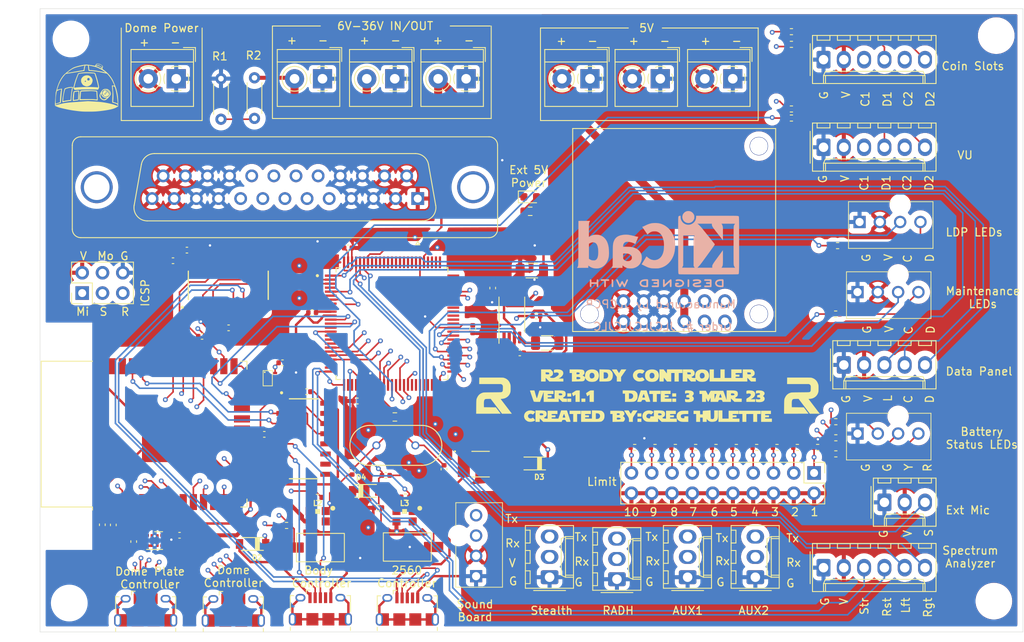
<source format=kicad_pcb>
(kicad_pcb (version 20211014) (generator pcbnew)
  (title_block (title "R2D2 LED Controller") (date "2022-01-26") (rev "1.0") (comment 1 "Created by Greg Hulette"))
  (layers (0 "F.Cu" signal) (1 "In1.Cu" signal) (2 "In2.Cu" signal) (31 "B.Cu" signal) (34 "B.Paste" user) (35 "F.Paste" user) (36 "B.SilkS" user "B.Silkscreen") (37 "F.SilkS" user "F.Silkscreen") (38 "B.Mask" user) (39 "F.Mask" user) (44 "Edge.Cuts" user))
  (net 0 "")
  (net 1 "+12V")
  (net 2 "GND")
  (net 3 "+5V")
  (net 4 "MAINT_CLOCK")
  (net 5 "LDP_CLOCK")
  (net 6 "VU1_CLOCK")
  (net 7 "VU2_CLOCK")
  (net 8 "CS2_CLOCK")
  (net 9 "CS1_CLOCK")
  (net 10 "DP_DATA_IN")
  (net 11 "DP_CLOCK")
  (net 12 "DP_LOAD")
  (net 13 "SPECTRUM_RIGHT")
  (net 14 "SPECTRUM_LEFT")
  (net 15 "VU_RESET")
  (net 16 "VU_STROBE")
  (net 17 "BATTERY_LEVEL")
  (net 18 "LDP_DATA")
  (net 19 "CS1_DATA")
  (net 20 "CS2_DATA")
  (net 21 "MAINT_DATA")
  (net 22 "VU1_DATA")
  (net 23 "VU2_DATA")
  (net 24 "Net-(C13-Pad1)")
  (net 25 "Net-(C14-Pad1)")
  (net 26 "Net-(D2-PadA)")
  (net 27 "Net-(D3-PadA)")
  (net 28 "Net-(J27-Pad4)")
  (net 29 "VBUS_DC")
  (net 30 "D-_DC")
  (net 31 "D+_DC")
  (net 32 "Net-(J27-Pad6)")
  (net 34 "TX_AUX1")
  (net 35 "RX_AUX1")
  (net 36 "GND_DC")
  (net 37 "Net-(F1-Pad1)")
  (net 38 "LIMIT7")
  (net 39 "LIMIT8")
  (net 40 "LIMIT9")
  (net 41 "LIMIT10")
  (net 42 "Net-(J6-Pad2)")
  (net 43 "Net-(J6-Pad3)")
  (net 44 "Net-(J6-Pad4)")
  (net 45 "+5V_IC")
  (net 46 "RESET_ESP")
  (net 48 "unconnected-(J10-Pad6)")
  (net 49 "EXT_MIC")
  (net 50 "+3V3")
  (net 51 "VBUS")
  (net 53 "unconnected-(J11-Pad6)")
  (net 54 "unconnected-(J14-Pad6)")
  (net 55 "VBUS_DP")
  (net 56 "LIMIT1")
  (net 57 "LIMIT2")
  (net 58 "LIMIT3")
  (net 59 "LIMIT4")
  (net 60 "LIMIT5")
  (net 61 "LIMIT6")
  (net 62 "D-_DP")
  (net 63 "D+_DP")
  (net 64 "RX_MP")
  (net 65 "RX_ST")
  (net 66 "TX_MP")
  (net 67 "TX_ST")
  (net 69 "GND_DP")
  (net 70 "unconnected-(J15-Pad6)")
  (net 71 "YELLOW_LED")
  (net 72 "XTAL1")
  (net 73 "TX_AUX2")
  (net 74 "Net-(R3-Pad1)")
  (net 75 "GREEN_LED")
  (net 76 "RED_LED")
  (net 77 "RX_AUX2")
  (net 78 "SW_BATT_IN_POS")
  (net 83 "RESET_2560")
  (net 92 "XTAL2")
  (net 131 "Net-(J4-Pad4)")
  (net 132 "Net-(J5-Pad4)")
  (net 133 "Net-(J5-Pad6)")
  (net 136 "Net-(J9-Pad4)")
  (net 144 "Net-(D1-Pad2)")
  (net 155 "D-_2560")
  (net 158 "unconnected-(J22-Pad0)")
  (net 163 "D+_2560")
  (net 164 "D-_ESP")
  (net 168 "Net-(L2-Pad3)")
  (net 169 "Net-(L3-Pad3)")
  (net 170 "RX_RD")
  (net 171 "TX_RD")
  (net 179 "D+_ESP")
  (net 180 "ST_LED_D_2560")
  (net 181 "ST_LED_D_ESP")
  (net 182 "RXD0_2560")
  (net 183 "TXD0_2560")
  (net 184 "RX_2560")
  (net 185 "TX_2560")
  (net 187 "GPIO0_ESP")
  (net 188 "RXD0_ESP")
  (net 189 "TXD0_ESP")
  (net 190 "DTR_ESP")
  (net 191 "RTS_ESP")
  (footprint "Connector_Molex:Molex_KK-254_AE-6410-03A_1x03_P2.54mm_Vertical" (layer "F.Cu") (at 156.038 113.146 90)
    (fp_text reference "J24")
    (fp_text value "AUX1" hide)
  )
  (footprint "Capacitor_SMD:C_0402_1005Metric" (layer "F.Cu") (at 103.064 95.268 180)
    (fp_text reference "C11")
    (fp_text value ".1uF" hide)
  )
  (footprint "Connector_USB:USB_Micro-B_Amphenol_10118194_Horizontal" (layer "F.Cu") (at 88.216 117.242)
    (fp_text reference "J15")
    (fp_text value "Dome Plate Controller USB" hide)
  )
  (footprint "Logos:R2_Logo_V2" (layer "F.Cu") (at 170.33 90.778352)
    (fp_text reference "G***")
    (fp_text value "LOGO" hide)
  )
  (footprint "TerminalBlock_4Ucon:TerminalBlock_4Ucon_1x02_P3.50mm_Horizontal" (layer "F.Cu") (at 152.618 50.77 180)
    (fp_text reference "J19")
    (fp_text value "5V_OUT_3" hide)
  )
  (footprint "MountingHole:MountingHole_3.2mm_M3" (layer "F.Cu") (at 78.66 116.38)
    (fp_text reference "REF**")
    (fp_text value "MountingHole_3.2mm_M3" hide)
  )
  (footprint "Resistor_SMD:R_0603_1608Metric" (layer "F.Cu") (at 119.404 93.092 180)
    (fp_text reference "R1")
    (fp_text value "1M" hide)
  )
  (footprint "Resistor_SMD:R_0402_1005Metric" (layer "F.Cu") (at 154.503554 96.906)
    (fp_text reference "R25")
    (fp_text value "10K" hide)
  )
  (footprint "Package_SO:TSSOP-8_4.4x3mm_P0.65mm" (layer "F.Cu") (at 134.04 80.286 90)
    (fp_text reference "U3")
    (fp_text value "TPS2115APW" hide)
  )
  (footprint "Resistor_SMD:R_0402_1005Metric" (layer "F.Cu") (at 159.591108 96.906)
    (fp_text reference "R23")
    (fp_text value "10K" hide)
  )
  (footprint "Capacitor_SMD:C_0402_1005Metric" (layer "F.Cu") (at 125.554 99.626 -90)
    (fp_text reference "C2")
    (fp_text value "20pF" hide)
  )
  (footprint "Logos:Dome_Icon" (layer "F.Cu") (at 80.834 51.888)
    (fp_text reference "G***")
    (fp_text value "LOGO" hide)
  )
  (footprint "TerminalBlock_4Ucon:TerminalBlock_4Ucon_1x02_P3.50mm_Horizontal" (layer "F.Cu") (at 110.348 50.77 180)
    (fp_text reference "J12")
    (fp_text value "UnSW_BATT_IN" hide)
  )
  (footprint "Resistor_SMD:R_0402_1005Metric" (layer "F.Cu") (at 149.416 96.906)
    (fp_text reference "R28")
    (fp_text value "10K" hide)
  )
  (footprint "Resistor_SMD:R_0402_1005Metric" (layer "F.Cu") (at 172.31 96.906)
    (fp_text reference "R29")
    (fp_text value "10K" hide)
  )
  (footprint "Resistor_SMD:R_0402_1005Metric" (layer "F.Cu") (at 167.222439 96.906)
    (fp_text reference "R16")
    (fp_text value "10K" hide)
  )
  (footprint "TerminalBlock_4Ucon:TerminalBlock_4Ucon_1x02_P3.50mm_Horizontal" (layer "F.Cu") (at 119.388 50.77 180)
    (fp_text reference "J23")
    (fp_text value "Amplifier_POW" hide)
  )
  (footprint "Resistor_SMD:R_0402_1005Metric" (layer "F.Cu") (at 151.959777 96.906)
    (fp_text reference "R27")
    (fp_text value "10K" hide)
  )
  (footprint "Resistor_SMD:R_0402_1005Metric" (layer "F.Cu") (at 117.288 104.462)
    (fp_text reference "R17")
    (fp_text value "10K" hide)
  )
  (footprint "Capacitor_SMD:C_0402_1005Metric" (layer "F.Cu") (at 93.38 72.216)
    (fp_text reference "C4")
    (fp_text value ".1uF" hide)
  )
  (footprint "Resistor_SMD:R_0402_1005Metric" (layer "F.Cu") (at 169.026 55.688)
    (fp_text reference "R10")
    (fp_text value "220" hide)
  )
  (footprint "Custom:SOD3716X135N" (layer "F.Cu") (at 101.6005 108.9845 180)
    (fp_text reference "D2")
    (fp_text value "B5819W-TP")
  )
  (footprint "Resistor_SMD:R_0402_1005Metric" (layer "F.Cu") (at 164.678662 96.906)
    (fp_text reference "R21")
    (fp_text value "10K" hide)
  )
  (footprint "Connector_Molex:Molex_KK-254_AE-6410-06A_1x06_P2.54mm_Vertical" (layer "F.Cu") (at 173.044 48.378)
    (fp_text reference "J5")
    (fp_text value "Coin Slots" hide)
  )
  (footprint "Resistor_SMD:R_0603_1608Metric" (layer "F.Cu") (at 136.34 67.356 180)
    (fp_text reference "R2")
    (fp_text value "200" hide)
  )
  (footprint "Capacitor_SMD:C_0402_1005Metric" (layer "F.Cu") (at 84.17 106.606 -90)
    (fp_text reference "C6")
    (fp_text value ".1uF" hide)
  )
  (footprint "Custom:UMT6" (layer "F.Cu") (at 103.493 88.2458)
    (fp_text reference "U6")
    (fp_text value "UMH3N" hide)
  )
  (footprint "Custom:SOD3716X135N" (layer "F.Cu") (at 136.9065 98.9105 180)
    (fp_text reference "D3")
    (fp_text value "B5819W-TP")
  )
  (footprint "Custom:SOD3716X135N" (layer "F.Cu") (at 115.7485 102.3445)
    (fp_text reference "D4")
    (fp_text value "B5819W-TP")
  )
  (footprint "Resistor_SMD:R_0402_1005Metric" (layer "F.Cu") (at 169.026 54.55)
    (fp_text reference "R11")
    (fp_text value "220" hide)
  )
  (footprint "Resistor_THT:R_Axial_DIN0204_L3.6mm_D1.6mm_P5.08mm_Horizontal" (layer "F.Cu") (at 97.642 55.836 90)
    (fp_text reference "R1")
    (fp_text value "22K")
  )
  (footprint "Custom:SOIC127P600X180-16N" (layer "F.Cu") (at 107.975 95.822)
    (fp_text reference "U5")
    (fp_text value "CH340C" hide)
  )
  (footprint "Resistor_SMD:R_1206_3216Metric" (layer "F.Cu") (at 138.47 83.83)
    (fp_text reference "R3")
    (fp_text value "400" hide)
  )
  (footprint "Resistor_SMD:R_0402_1005Metric" (layer "F.Cu") (at 169.766216 96.906)
    (fp_text reference "R15")
    (fp_text value "10K" hide)
  )
  (footprint "Capacitor_SMD:C_0402_1005Metric" (layer "F.Cu") (at 135.036 85.072)
    (fp_text reference "C7")
    (fp_text value ".1uF" hide)
  )
  (footprint "Connector_Molex:Molex_KK-254_AE-6410-06A_1x06_P2.54mm_Vertical" (layer "F.Cu") (at 173.044 111.952)
    (fp_text reference "J8")
    (fp_text value "Spectrum Analyzer" hide)
  )
  (footprint "TerminalBlock_4Ucon:TerminalBlock_4Ucon_1x02_P3.50mm_Horizontal" (layer "F.Cu") (at 143.816 50.77 180)
    (fp_text reference "J18")
    (fp_text value "RASP_POW" hide)
  )
  (footprint "Connector_USB:USB_Micro-B_Amphenol_10118194_Horizontal" (layer "F.Cu") (at 110.0825 117.11)
    (fp_text reference "J11")
    (fp_text value "ESP USB" hide)
  )
  (footprint "Resistor_THT:R_Axial_DIN0204_L3.6mm_D1.6mm_P5.08mm_Horizontal" (layer "F.Cu") (at 101.836 50.65 -90)
    (fp_text reference "R2")
    (fp_text value "57K")
  )
  (footprint "Connector_Molex:Molex_KK-254_AE-6410-06A_1x06_P2.54mm_Vertical" (layer "F.Cu") (at 173.044 59.344571)
    (fp_text reference "J27")
    (fp_text value "Vu Data Panel" hide)
  )
  (footprint "Custom:WS2812B-2020" (layer "F.Cu") (at 109.74 105.515)
    (fp_text reference "L2")
    (fp_text value "WS2812B-2020")
  )
  (footprint "Capacitor_SMD:C_0402_1005Metric" (layer "F.Cu") (at 105.338 86.312)
    (fp_text reference "C5")
    (fp_text value ".1uF" hide)
  )
  (footprint "RF_Module:ESP32-WROOM-32" (layer "F.Cu") (at 91.014 95.242 90)
    (fp_text reference "U4")
    (fp_text value "ESP32-WROOM-32D_16MB_" hide)
  )
  (footprint "Connector_Molex:Molex_KK-254_AE-6410-03A_1x03_P2.54mm_Vertical" (layer "F.Cu") (at 138.764 113.146 90)
    (fp_text reference "J25")
    (fp_text value "Stealth" hide)
  )
  (footprint "Capacitor_SMD:C_0402_1005Metric" (layer "F.Cu") (at 109.054 80.034 180)
    (fp_text reference "C20")
    (fp_text value ".1uF" hide)
  )
  (footprint "Capacitor_SMD:C_0402_1005Metric" (layer "F.Cu") (at 98.598 81.94)
    (fp_text reference "C14")
    (fp_text value ".1uF" hide)
  )
  (footprint "Capacitor_SMD:C_0402_1005Metric" (layer "F.Cu") (at 95.272 83.002)
    (fp_text reference "C13")
    (fp_text value ".1uF" hide)
  )
  (footprint "Custom:FUSM4632X85" (layer "F.Cu") (at 130.1305 98.9965)
    (fp_text reference "F1")
    (fp_text value "MF-MSMF050-2" hide)
  )
  (footprint "Connector_USB:USB_Micro-B_Amphenol_10118194_Horizontal" (layer "F.Cu") (at 120.9605 117.134)
    (fp_text reference "J10")
    (fp_text value "2560 USB" hide)
  )
  (footprint "MountingHole:MountingHole_3.2mm_M3" (layer "F.Cu") (at 194.36 116.14)
    (fp_text reference "REF**")
    (fp_text value "MountingHole_3.2mm_M3" hide)
  )
  (footprint "Connector_USB:USB_Micro-B_Amphenol_10118194_Horizontal" (layer "F.Cu") (at 99.184 117.268)
    (fp_text reference "J14")
    (fp_text value "Dome Controller USB" hide)
  )
  (footprint "Custom:SOIC127P600X180-16N" (layer "F.Cu") (at 98.557 76.616 90)
    (fp_text reference "U2")
    (fp_text value "CH340C" hide)
  )
  (footprint "Resistor_SMD:R_0402_1005Metric" (layer "F.Cu") (at 162.134885 96.906)
    (fp_text reference "R22")
    (fp_text value "10K" hide)
  )
  (footprint "Connector_PinHeader_2.54mm:PinHeader_2x10_P2.54mm_Vertical" (layer "F.Cu") (at 171.864 100.098 -90)
    (fp_text reference "J3")
    (fp_text value "Conn_02x10_Odd_Even" hide)
  )
  (footprint "Capacitor_SMD:C_0402_1005Metric" (layer "F.Cu") (at 82.794 106.584 -90)
    (fp_text reference "C12")
    (fp_text value "10uF" hide)
  )
  (footprint "Capacitor_SMD:C_0402_1005Metric" (layer "F.Cu") (at 137.106 80.462)
    (fp_text reference "C8")
    (fp_text value ".1uF" hide)
  )
  (footprint "TerminalBlock_4Ucon:TerminalBlock_4Ucon_1x02_P3.50mm_Horizontal" (layer "F.Cu") (at 92.044 50.77 180)
    (fp_text reference "J21")
    (fp_text value "Dome Electronics Power In" hide)
  )
  (footprint "Resistor_SMD:R_0402_1005Metric" (layer "F.Cu") (at 174.806 71.654 180)
    (fp_text reference "R6")
    (fp_text value "220" hide)
  )
  (footprint "Capacitor_SMD:C_0402_1005Metric" (layer "F.Cu") (at 131.648 76.962 -90)
    (fp_text reference "C9")
    (fp_text value "10uF" hide)
  )
  (footprint "Capacitor_SMD:C_0402_1005Metric" (layer "F.Cu") (at 114.714 91.096)
    (fp_text reference "C21")
    (fp_text value ".1uF" hide)
  )
  (footprint "TerminalBlock_4Ucon:TerminalBlock_4Ucon_1x02_P3.50mm_Horizontal" (layer "F.Cu") (at 161.69 50.77 180)
    (fp_text reference "J17")
    (fp_text value "RADH_POW" hide)
  )
  (footprint "Pololu:D36V50F5-STEPDOWN" (layer "F.Cu") (at 154.355 69.699)
    (fp_text reference "U14")
    (fp_text value "D36V50F5-STEPDOWN" hide)
  )
  (footprint "Capacitor_SMD:C_0402_1005Metric" (layer "F.Cu") (at 86.72 108.686 -90)
    (fp_text reference "C18")
    (fp_text value "1uF" hide)
  )
  (footprint "Capacitor_SMD:C_0402_1005Metric" (layer "F.Cu") (at 114.046 99.822 -90)
    (fp_text reference "C1")
    (fp_text value "20pF" hide)
  )
  (footprint "Connector_Molex:Molex_KK-254_AE-6410-03A_1x03_P2.54mm_Vertical" (layer "F.Cu") (at 147.192 113.4 90)
    (fp_text reference "J26")
    (fp_text value "RADH" hide)
  )
  (footprint "Connector_Molex:Molex_KK-254_AE-6410-03A_1x03_P2.54mm_Vertical" (layer "F.Cu") (at 180.664 103.779426)
    (fp_text reference "J1")
    (fp_text value "Ext Mic" hide)
  )
  (footprint "Custom:470531000" (layer "F.Cu") (at 177.299 95.169855 180)
    (fp_text reference "J6")
    (fp_text value "CBI Batt LEDS" hide)
  )
  (footprint "LED_SMD:LED_0603_1608Metric" (layer "F.Cu") (at 136.34 65.552)
    (fp_text reference "D1")
    (fp_text value "LED" hide)
  )
  (footprint "Capacitor_SMD:C_0402_1005Metric" (layer "F.Cu") (at 91.64 73.542)
    (fp_text reference "C3")
    (fp_text value "10uF" hide)
  )
  (footprint "Custom:WS2812B-2020" (layer "F.Cu") (at 120.618 105.515)
    (fp_text reference "L3")
    (fp_text value "WS2812B-2020")
  )
  (footprint "Connector_Molex:Molex_KK-254_AE-6410-03A_1x03_P2.54mm_Vertical" (layer "F.Cu") (at 164.514 113.146 90)
    (fp_text reference "J37")
    (fp_text value "AUX2" hide)
  )
  (footprint "Resistor_SMD:R_0402_1005Metric" (layer "F.Cu") (at 105.852 106.666)
    (fp_text reference "R20")
    (fp_text value "10K" hide)
  )
  (footprint "Custom:XTAL_HC49P488W46L1150T500H350" (layer "F.Cu") (at 119.528 96.648)
    (fp_text reference "Y1")
    (fp_text value "16MHz" hide)
  )
  (footprint "Resistor_SMD:R_0402_1005Metric" (layer "F.Cu") (at 169.026 44.878 180)
    (fp_text reference "R9")
    (fp_text value "220" hide)
  )
  (footprint "Resistor_SMD:R_0402_1005Metric" (layer "F.Cu") (at 174.584 93.688 180)
    (fp_text reference "R12")
    (fp_text value "220" hide)
  )
  (footprint "Custom:GT-TC057A-H050-L1" (layer "F.Cu") (at 110.0825 109.436)
    (fp_text reference "SW2")
    (fp_text value "SW_Push" hide)
  )
  (footprint "Capacitor_SMD:C_0402_1005Metric" (layer "F.Cu") (at 113.538 71.944 180)
    (fp_text reference "C15")
    (fp_text value ".1uF" hide)
  )
  (footprint "MountingHole:MountingHole_3.2mm_M3" (layer "F.Cu") (at 78.87 45.79)
    (fp_text reference "REF**")
    (fp_text value "MountingHole_3.2mm_M3" hide)
  )
  (footprint "Resistor_SMD:R_0402_1005Metric" (layer "F.Cu") (at 174.584 97.71 180)
    (fp_text reference "R14")
    (fp_text value "220" hide)
  )
  (footprint "Resistor_SMD:R_0402_1005Metric" (layer "F.Cu") (at 120.716 103.116)
    (fp_text reference "R26")
    (fp_text value "220" hide)
  )
  (footprint "Custom:470531000" (layer "F.Cu") (at 129.567 113.013 -90)
    (fp_text reference "J13")
    (fp_text value "Sound Board" hide)
  )
  (footprint "Custom:GT-TC057A-H050-L1" (layer "F.Cu") (at 120.9605 109.364)
    (fp_text reference "SW1")
    (fp_text value "2560 Reset" hide)
  )
  (footprint "Custom:QFP50P1600X1600X120-100N" (layer "F.Cu") (at 119.045 81.411)
    (fp_text reference "U1")
    (fp_text value "ATMEGA256016AU" hide)
  )
  (footprint "Custom:470531000" (layer "F.Cu") (at 177.299 77.464713 180)
    (fp_text reference "J9")
    (fp_text value "Maintenance" hide)
  )
  (footprint "Resistor_SMD:R_0402_1005Metric" (layer "F.Cu") (at 109.72 103.158)
    (fp_text reference "R5")
    (fp_text value "220" hide)
  )
  (footprint "Custom:470531000" (layer "F.Cu") (at 177.553 68.694142 180)
    (fp_text reference "J4")
    (fp_text value "LDP" hide)
  )
  (footprint "MountingHole:MountingHole_3.2mm_M3" (layer "F.Cu") (at 194.66 45.37)
    (fp_text reference "REF**")
    (fp_text value "MountingHole_3.2mm_M3" hide)
  )
  (footprint "TerminalBlock_4Ucon:TerminalBlock_4Ucon_1x02_P3.50mm_Horizontal" (layer "F.Cu") (at 128.32 50.77 180)
    (fp_text reference "J16")
    (fp_text value "UnSW_BATT_PASS" hide)
  )
  (footprint "Resistor_SMD:R_1206_3216Metric" (layer "F.Cu") (at 136.542 74.78)
    (fp_text reference "R4")
    (fp_text value "400" hide)
  )
  (footprint "Connector_PinHeader_2.54mm:PinHeader_2x03_P2.54mm_Vertical" (layer "F.Cu") (at 80.276 77.588 90)
    (fp_text reference "J20")
    (fp_text value "ICSP" hide)
  )
  (footprint "Resistor_SMD:R_0402_1005Metric" (layer "F.Cu") (at 169.026 46.46 180)
    (fp_text reference "R8")
    (fp_text value "220" hide)
  )
  (footprint "Capacitor_SMD:C_0402_1005Metric" (layer "F.Cu") (at 129.15 82.108 90)
    (fp_text reference "C16")
    (fp_text value ".1uF" hide)
  )
  (footprint "Logos:R2_Logo_V2" (layer "F.Cu") (at 131.801044 90.778352)
    (fp_text reference "G***")
    (fp_text value "LOGO" hide)
  )
  (footprint "Connector_Dsub:DSUB-25_Male_Vertical_P2.77x2.84mm_MountingHoles" (layer "F.Cu") (at 122.266 65.763338 180)
    (fp_text reference "J22")
    (fp_text value "DB25_Male_MountingHoles" hide)
  )
  (footprint "Logos:BodyControllerv1.1" (layer "F.Cu") (at 151.075036 90.424)
    (fp_text reference "G***")
    (fp_text value "LOGO" hide)
  )
  (footprint "Connector_Molex:Molex_KK-254_AE-6410-05A_1x05_P2.54mm_Vertical" (layer "F.Cu") (at 175.584 86.582284)
    (fp_text reference "J7")
    (fp_text value "Data Panel/ CBI" hide)
  )
  (footprint "Capacitor_SMD:C_0402_1005Metric" (layer "F.Cu") (at 92.458 107.9)
    (fp_text reference "C17")
    (fp_text value "1uF" hide)
  )
  (footprint "Resistor_SMD:R_0402_1005Metric" (layer "F.Cu") (at 174.564 80.214)
    (fp_text reference "R7")
    (fp_text value "220" hide)
  )
  (footprint "Package_SON:WSON-6-1EP_2x2mm_P0.65mm_EP1x1.6mm_ThermalVias" (layer "F.Cu") (at 89.338 108.558)
    (fp_text reference "U7")
    (fp_text value "LP5912-3.3DRV" hide)
  )
  (footprint "Resistor_SMD:R_0402_1005Metric" (layer "F.Cu") (at 174.584 95.699 180)
    (fp_text reference "R13")
    (fp_text value "220" hide)
  )
  (footprint "Capacitor_SMD:C_0402_1005Metric" (layer "F.Cu") (at 118.272 100.402)
    (fp_text reference "C19")
    (fp_text value ".1uF" hide)
  )
  (footprint "Resistor_SMD:R_0402_1005Metric" (layer "F.Cu") (at 157.047331 96.906)
    (fp_text reference "R24")
    (fp_text value "10K" hide)
  )
  (footprint "Capacitor_SMD:C_0402_1005Metric" (layer "F.Cu") (at 108.354 89.932 180)
    (fp_text reference "C10")
    (fp_text value "10uF" hide)
  )
  (footprint "Symbol:KiCad-Logo2_8mm_SilkScreen" (layer "B.Cu") (at 152.35 71.26 180)
    (fp_text reference "REF**")
    (fp_text value "KiCad-Logo2_8mm_SilkScreen" hide)
  )
  (gr_line (start 85.164 56) (end 85.164 44.42) (layer "F.SilkS") (width 0.12))
  (gr_line (start 95.284 56) (end 95.284 44.42) (layer "F.SilkS") (width 0.12))
  (gr_line (start 152.87 44.42) (end 164.87 44.42) (layer "F.SilkS") (width 0.12))
  (gr_line (start 104.08 44.166) (end 110.08 44.166) (layer "F.SilkS") (width 0.12))
  (gr_line (start 126.33 44.166) (end 131.33 44.166) (layer "F.SilkS") (width 0.12))
  (gr_line (start 85.164 56) (end 95.284 56) (layer "F.SilkS") (width 0.12))
  (gr_line (start 164.87 56) (end 164.87 44.4) (layer "F.SilkS") (width 0.12))
  (gr_line (start 104.08 55.706) (end 104.08 44.166) (layer "F.SilkS") (width 0.12))
  (gr_line (start 131.46 55.746) (end 131.46 44.166) (layer "F.SilkS") (width 0.12))
  (gr_line (start 137.62 56) (end 164.87 56) (layer "F.SilkS") (width 0.12))
  (gr_line (start 137.63 56) (end 137.62 44.42) (layer "F.SilkS") (width 0.12))
  (gr_line (start 104.08 55.746) (end 131.46 55.746) (layer "F.SilkS") (width 0.12))
  (gr_line (start 137.62 44.42) (end 148.62 44.42) (layer "F.SilkS") (width 0.12))
  (gr_line (start 75 120) (end 198 120) (layer "Edge.Cuts") (width 0.05))
  (gr_line (start 198 120) (end 198 42) (layer "Edge.Cuts") (width 0.05))
  (gr_line (start 198 42) (end 75 42) (layer "Edge.Cuts") (width 0.05))
  (gr_line (start 75 42) (end 75 120) (layer "Edge.Cuts") (width 0.05))
  (gr_text "Order #: JLCJLCJLCJLC" (at 152.908 81.788) (layer "B.SilkS") (effects (font (size 1 1)) (justify mirror)))
  (gr_text "Manufactured by JLCPCB" (at 152.654 78.994) (layer "B.SilkS") (effects (font (size 1 1)) (justify mirror)))
  (gr_text "C2" (at 183.51 63.804191 90) (layer "F.SilkS") (effects (font (size 1 1))))
  (gr_text "5" (at 161.83 104.99) (layer "F.SilkS") (effects (font (size 1 1))))
  (gr_text "Mi" (at 80.34 79.916) (layer "F.SilkS") (effects (font (size 1 1))))
  (gr_text "4" (at 164.46 104.99) (layer "F.SilkS") (effects (font (size 1 1))))
  (gr_text "+" (at 115.61 45.956) (layer "F.SilkS") (effects (font (size 1 1))))
  (gr_text "Rgt" (at 186.1 116.941904 90) (layer "F.SilkS") (effects (font (size 1 1))))
  (gr_text "Sound\nBoard" (at 129.43 117.33) (layer "F.SilkS") (effects (font (size 1 1))))
  (gr_text "6V-36V IN/OUT" (at 118.19 44.166) (layer "F.SilkS") (effects (font (size 1 1))))
  (gr_text "Str" (at 178.15 116.775238 90) (layer "F.SilkS") (effects (font (size 1 1))))
  (gr_text "Body \nController" (at 110.23 113.1) (layer "F.SilkS") (effects (font (size 1 1))))
  (gr_text "C1" (at 178.27 53.314 90) (layer "F.SilkS") (effects (font (size 1 1))))
  (gr_text "D1" (at 181.03 53.314 90) (layer "F.SilkS") (effects (font (size 1 1))))
  (gr_text "G" (at 160.144286 113.77) (layer "F.SilkS") (effects (font (size 1 1))))
  (gr_text "R" (at 85.65 79.936) (layer "F.SilkS") (effects (font (size 1 1))))
  (gr_text "10" (at 149.02 104.99) (layer "F.SilkS") (effects (font (size 1 1))))
  (gr_text "Rx" (at 169.299048 111.32) (layer "F.SilkS") (effects (font (size 1 1))))
  (gr_text "Maintenance\nLEDs" (at 192.988095 78.15) (layer "F.SilkS") (effects (font (size 1 1))))
  (gr_text "-" (at 119.5 45.956) (layer "F.SilkS") (effects (font (size 1 1))))
  (gr_text "Ext 5V\nPower" (at 136.144 62.992) (layer "F.SilkS") (effects (font (size 1 1))))
  (gr_text "G" (at 85.55 72.964) (layer "F.SilkS") (effects (font (size 1 1))))
  (gr_text "Tx" (at 142.68 108.13) (layer "F.SilkS") (effects (font (size 1 1))))
  (gr_text "Tx" (at 169.18 108.26) (layer "F.SilkS") (effects (font (size 1 1))))
  (gr_text "S" (at 82.94 79.926) (layer "F.SilkS") (effects (font (size 1 1))))
  (gr_text "7" (at 156.73 104.99) (layer "F.SilkS") (effects (font (size 1 1))))
  (gr_text "S" (at 186.22 107.59 90) (layer "F.SilkS") (effects (font (size 1 1))))
  (gr_text "L" (at 181.09 90.764762 90) (layer "F.SilkS") (effects (font (size 1 1))))
  (gr_text "D2" (at 186.27 63.804191 90) (layer "F.SilkS") (effects (font (size 1 1))))
  (gr_text "-" (at 110.41 45.956) (layer "F.SilkS") (effects (font (size 1 1))))
  (gr_text "-" (at 144.14 46.02) (layer "F.SilkS") (effects (font (size 1 1))))
  (gr_text "V" (at 181.16 73.118572 90) (layer "F.SilkS") (effects (font (size 1 1))))
  (gr_text "C" (at 183.65 90.86 90) (layer "F.SilkS") (effects (font (size 1 1))))
  (gr_text "C1" (at 178.14 63.804191 90) (layer "F.SilkS") (effects (font (size 1 1))))
  (gr_text "G" (at 173.22 116.203809 90) (layer "F.SilkS") (effects (font (size 1 1))))
  (gr_text "Coin Slots" (at 191.742 49.19) (layer "F.SilkS") (effects (font (size 1 1))))
  (gr_text "G" (at 168.894286 113.91) (layer "F.SilkS") (effects (font (size 1 1))))
  (gr_text "+" (at 124.79 45.956) (layer "F.SilkS") (effects (font (size 1 1))))
  (gr_text "-" (at 153.19 46.02) (layer "F.SilkS") (effects (font (size 1 1))))
  (gr_text "V" (at 183.57 107.68 90) (layer "F.SilkS") (effects (font (size 1 1))))
  (gr_text "G" (at 175.87 90.86 90) (layer "F.SilkS") (effects (font (size 1 1))))
  (gr_text "Y" (at 183.69 99.368572 90) (layer "F.SilkS") (effects (font (size 1 1))))
  (gr_text "5V" (at 150.9 44.42) (layer "F.SilkS") (effects (font (size 1 1))))
  (gr_text "Rx" (at 160.399048 111.13) (layer "F.SilkS") (effects (font (size 1 1))))
  (gr_text "Rst" (at 180.99 116.894285 90) (layer "F.SilkS") (effects (font (size 1 1))))
  (gr_text "8" (at 154.36 104.99) (layer "F.SilkS") (effects (font (size 1 1))))
  (gr_text "3" (at 166.97 104.99) (layer "F.SilkS") (effects (font (size 1 1))))
  (gr_text "G" (at 134.194286 113.65) (layer "F.SilkS") (effects (font (size 1 1))))
  (gr_text "G" (at 151.254286 113.74) (layer "F.SilkS") (effects (font (size 1 1))))
  (gr_text "V" (at 175.85 52.766381 90) (layer "F.SilkS") (effects (font (size 1 1))))
  (gr_text "R" (at 186.06 99.44 90) (layer "F.SilkS") (effects (font (size 1 1))))
  (gr_text "Battery\nStatus LEDs" (at 192.845238 95.74) (layer "F.SilkS") (effects (font (size 1 1))))
  (gr_text "2560\nController" (at 120.9 113.1) (layer "F.SilkS") (effects (font (size 1 1))))
  (gr_text "2" (at 169.47 104.99) (layer "F.SilkS") (effects (font (size 1 1))))
  (gr_text "V" (at 134.1 111.37) (layer "F.SilkS") (effects (font (size 1 1))))
  (gr_text "-" (at 128.68 45.956) (layer "F.SilkS") (effects (font (size 1 1))))
  (gr_text "1" (at 171.92 104.99) (layer "F.SilkS") (effects (font (size 1 1))))
  (gr_text "Rx" (at 142.799048 111.19) (layer "F.SilkS") (effects (font (size 1 1))))
  (gr_text "D" (at 186.44 82.168572 90) (layer "F.SilkS") (effects (font (size 1 1))))
  (gr_text "Tx" (at 134.01 105.84) (layer "F.SilkS") (effects (font (size 1 1))))
  (gr_text "C" (at 183.68 82.24 90) (layer "F.SilkS") (effects (font (size 1 1))))
  (gr_text "+" (at 88.054 46.21) (layer "F.SilkS") (effects (font (size 1 1))))
  (gr_text "G" (at 180.57 107.73 90) (layer "F.SilkS") (effects (font (size 1 1))))
  (gr_text "G" (at 178.4 73.19 90) (layer "F.SilkS") (effects (font (size 1 1))))
  (gr_text "-" (at 91.944 46.21) (layer "F.SilkS") (effects (font (size 1 1))))
  (gr_text "Tx" (at 160.35 108.24) (layer "F.SilkS") (effects (font (size 1 1))))
  (gr_text "Limit" (at 145.3 101.2) (layer "F.SilkS") (effects (font (size 1 1))))
  (gr_text "Lft" (at 183.33 116.68 90) (layer "F.SilkS") (effects (font (size 1 1))))
  (gr_text "Dome Power" (at 90.204 44.42) (layer "F.SilkS") (effects (font (size 1 1))))
  (gr_text "+" (at 106.52 45.956) (layer "F.SilkS") (effects (font (size 1 1))))
  (gr_text "Rx" (at 151.659048 111.15) (layer "F.SilkS") (effects (font (size 1 1))))
  (gr_text "+" (at 149.3 46.02) (layer "F.SilkS") (effects (font (size 1 1))))
  (gr_text "C" (at 183.58 73.27 90) (layer "F.SilkS") (effects (font (size 1 1))))
  (gr_text "AUX2" (at 164.318 117.33) (layer "F.SilkS") (effects (font (size 1 1))))
  (gr_text "D2" (at 186.4 53.314 90) (layer "F.SilkS") (effects (font (size 1 1))))
  (gr_text "-" (at 162.18 46.02) (layer "F.SilkS") (effects (font (size 1 1))))
  (gr_text "9" (at 151.76 104.99) (layer "F.SilkS") (effects (font (size 1 1))))
  (gr_text "V" (at 178.63 90.788572 90) (layer "F.SilkS") (effects (font (size 1 1))))
  (gr_text "RADH" (at 147.344 117.33) (layer "F.SilkS") (effects (font (size 1 1))))
  (gr_text "G" (at 173.09 52.837809 90) (layer "F.SilkS") (effects (font (size 1 1))))
  (gr_text "6" (at 159.4 104.99) (layer "F.SilkS") (effects (font (size 1 1))))
  (gr_text "V" (at 175.72 63.256572 90) (layer "F.SilkS") (effects (font (size 1 1))))
  (gr_text "G" (at 142.394286 113.78) (layer "F.SilkS") (effects (font (size 1 1))))
  (gr_text "Tx" (at 151.54 108.09) (layer "F.SilkS") (effects (font (size 1 1))))
  (gr_text "AUX1" (at 156.056 117.33) (layer "F.SilkS") (effects (font (size 1 1))))
  (gr_text "Spectrum\nAnalyzer" (at 191.417619 110.61) (layer "F.SilkS") (effects (font (size 1 1))))
  (gr_text "D1" (at 180.9 63.804191 90) (layer "F.SilkS") (effects (font (size 1 1))))
  (gr_text "C2" (at 183.64 53.314 90) (layer "F.SilkS") (effects (font (size 1 1))))
  (gr_text "Dome\nController" (at 99.21 113.05) (layer "F.SilkS") (effects (font (size 1 1))))
  (gr_text "LDP LEDs" (at 191.892857 69.98) (layer "F.SilkS") (effects (font (size 1 1))))
  (gr_text "+" (at 140.25 46.02) (layer "F.SilkS") (effects (font (size 1 1))))
  (gr_text "G" (at 172.96 63.328 90) (layer "F.SilkS") (effects (font (size 1 1))))
  (gr_text "G" (at 178.5 82.16 90) (layer "F.SilkS") (effects (font (size 1 1))))
  (gr_text "V" (at 175.58 116.18 90) (layer "F.SilkS") (effects (font (size 1 1))))
  (gr_text "G" (at 178.33 99.44 90) (layer "F.SilkS") (effects (font (size 1 1))))
  (gr_text "Data Panel" (at 192.511904 87.39) (layer "F.SilkS") (effects (font (size 1 1))))
  (gr_text "Ext Mic" (at 191.107143 104.76) (layer "F.SilkS") (effects (font (size 1 1))))
  (gr_text "+" (at 158.29 46.02) (layer "F.SilkS") (effects (font (size 1 1))))
  (gr_text "Stealth" (at 139.024 117.33) (layer "F.SilkS") (effects (font (size 1 1))))
  (gr_text "V" (at 80.43 72.954) (layer "F.SilkS") (effects (font (size 1 1))))
  (gr_text "D" (at 186.33 90.86 90) (layer "F.SilkS") (effects (font (size 1 1))))
  (gr_text "Rx" (at 134.129048 108.9) (layer "F.SilkS") (effects (font (size 1 1))))
  (gr_text "Dome Plate\nController" (at 88.76 113.23) (layer "F.SilkS") (effects (font (size 1 1))))
  (gr_text "V" (at 181.26 82.088572 90) (layer "F.SilkS") (effects (font (size 1 1))))
  (gr_text "D" (at 186.34 73.198572 90) (layer "F.SilkS") (effects (font (size 1 1))))
  (gr_text "ICSP" (at 88.16 77.57 90) (layer "F.SilkS") (effects (font (size 1 1))))
  (gr_text "VU\n" (at 190.758571 60.33) (layer "F.SilkS") (effects (font (size 1 1))))
  (gr_text "G" (at 181.01 99.44 90) (layer "F.SilkS") (effects (font (size 1 1))))
  (gr_text "Mo" (at 83.21 72.934) (layer "F.SilkS") (effects (font (size 1 1))))
  (segment (start 113.284 55.372) (end 115.888 52.768) (width 1) (layer "F.Cu") (net 1))
  (segment (start 124.82 50.77) (end 128.406 54.356) (width 1) (layer "F.Cu") (net 1))
  (segment (start 155.625 69.011) (end 155.625 78.589) (width 1) (layer "F.Cu") (net 1))
  (segment (start 109.22 55.372) (end 113.284 55.372) (width 1) (layer "F.Cu") (net 1))
  (segment (start 115.888 50.77) (end 115.888 52.896) (width 1) (layer "F.Cu") (net 1))
  (segment (start 115.888 52.896) (end 118.11 55.118) (width 1) (layer "F.Cu") (net 1))
  (segment (start 106.848 50.77) (end 106.848 53) (width 1) (layer "F.Cu") (net 1))
  (segment (start 115.888 52.768) (end 115.888 50.77) (width 1) (layer "F.Cu") (net 1))
  (segment (start 140.97 54.356) (end 155.625 69.011) (width 1) (layer "F.Cu") (net 1))
  (segment (start 101.836 50.65) (end 106.728 50.65) (width 0.5) (layer "F.Cu") (net 1))
  (segment (start 122.682 55.118) (end 124.82 52.98) (width 1) (layer "F.Cu") (net 1))
  (segment (start 128.406 54.356) (end 140.97 54.356) (width 1) (layer "F.Cu") (net 1))
  (segment (start 106.848 53) (end 109.22 55.372) (width 1) (layer "F.Cu") (net 1))
  (segment (start 106.728 50.65) (end 106.848 50.77) (width 0.5) (layer "F.Cu") (net 1))
  (segment (start 118.11 55.118) (end 122.682 55.118) (width 1) (layer "F.Cu") (net 1))
  (segment (start 124.82 52.98) (end 124.82 50.77) (width 1) (layer "F.Cu") (net 1))
  (segment (start 155.625 78.589) (end 155.625 81.129) (width 1) (layer "F.Cu") (net 1))
  (segment (start 92.534 73.542) (end 93.86 72.216) (width 0.2) (layer "F.Cu") (net 2))
  (segment (start 118.752 100.402) (end 120.468 100.402) (width 0.2) (layer "F.Cu") (net 2))
  (segment (start 84.148 107.064) (end 84.17 107.086) (width 0.3) (layer "F.Cu") (net 2))
  (segment (start 103.441 91.377) (end 102.584 92.234) (width 0.2) (layer "F.Cu") (net 2))
  (segment (start 92.569 98.552) (end 90.259 96.242) (width 0.3) (layer "F.Cu") (net 2))
  (segment (start 111.3825 115.71) (end 111.3825 114.6775) (width 0.3) (layer "F.Cu") (net 2))
  (segment (start 169.926 95.758) (end 172.212 95.758) (width 0.2) (layer "F.Cu") (net 2))
  (segment (start 172.339 95.885) (end 172.82 96.366) (width 0.2) (layer "F.Cu") (net 2))
  (segment (start 94.112 80.142) (end 95.123 81.153) (width 0.2) (layer "F.Cu") (net 2))
  (segment (start 131.648 77.442) (end 131.648 78.664) (width 0.3) (layer "F.Cu") (net 2))
  (segment (start 162.814 95.758) (end 165.354 95.758) (width 0.2) (layer "F.Cu") (net 2))
  (segment (start 90.2255 108.558) (end 91.32 108.558) (width 0.3) (layer "F.Cu") (net 2))
  (segment (start 111.252 103.886) (end 111.252 102.616) (width 0.2) (layer "F.Cu") (net 2))
  (segment (start 98.552 83.058) (end 99.078 82.532) (width 0.2) (layer "F.Cu") (net 2))
  (segment (start 99.078 82.532) (end 99.078 81.94) (width 0.2) (layer "F.Cu") (net 2))
  (segment (start 94.112 79.366) (end 94.112 80.142) (width 0.2) (layer "F.Cu") (net 2))
  (segment (start 111.375 80.411) (end 110.512265 80.411) (width 0.3) (layer "F.Cu") (net 2))
  (segment (start 134.874 86.36) (end 135.516 85.718) (width 0.3) (layer "F.Cu") (net 2))
  (segment (start 86.25 109.166) (end 86.72 109.166) (width 0.3) (layer "F.Cu") (net 2))
  (segment (start 96.984978 98.552) (end 92.569 98.552) (width 0.3) (layer "F.Cu") (net 2))
  (segment (start 88.67 96.242) (end 90.259 96.242) (width 0.3) (layer "F.Cu") (net 2))
  (segment (start 88.4505 109.208) (end 89.238 109.208) (width 0.3) (layer "F.Cu") (net 2))
  (segment (start 149.926 96.906) (end 149.926 96.2) (width 0.2) (layer "F.Cu") (net 2))
  (segment (start 102.584 99.842) (end 101.469 100.957) (width 0.2) (layer "F.Cu") (net 2))
  (segment (start 121.268 109.364) (end 124.2505 109.364) (width 0.3) (layer "F.Cu") (net 2))
  (segment (start 95.123 81.153) (end 97.028 83.058) (width 0.2) (layer "F.Cu") (net 2))
  (segment (start 157.557331 95.934669) (end 157.734 95.758) (width 0.2) (layer "F.Cu") (net 2))
  (segment (start 137.586 81.87) (end 137.586 80.462) (width 0.3) (layer "F.Cu") (net 2))
  (segment (start 82.759 88.742) (end 90.259 96.242) (width 0.3) (layer "F.Cu") (net 2))
  (segment (start 113.3725 112.6875) (end 113.3725 109.436) (width 0.3) (layer "F.Cu") (net 2))
  (segment (start 135.015 77.4235) (end 135.361 77.4235) (width 0.3) (layer "F.Cu") (net 2))
  (segment (start 115.316 110.998) (end 119.634 110.998) (width 0.3) (layer "F.Cu") (net 2))
  (segment (start 109.728 71.12) (end 110.552 71.944) (width 0.2) (layer "F.Cu") (net 2))
  (segment (start 134.112 86.36) (end 134.874 86.36) (width 0.3) (layer "F.Cu") (net 2))
  (segment (start 133.604 65.552) (end 135.5525 65.552) (width 0.2) (layer "F.Cu") (net 2))
  (segment (start 115.194 91.096) (end 116.045 90.245) (width 0.2) (layer "F.Cu") (net 2))
  (segment (start 95.678 72.216) (end 96.266 71.628) (width 0.2) (layer "F.Cu") (net 2))
  (segment (start 90.2255 108.558) (end 89.338 108.558) (width 0.3) (layer "F.Cu") (net 2))
  (segment (start 131.648 78.664) (end 131.572 78.74) (width 0.3) (layer "F.Cu") (net 2))
  (segment (start 129.056 81.534) (end 129.15 81.628) (width 0.2) (layer "F.Cu") (net 2))
  (segment (start 116.045 87.917) (end 116.045 89.081) (width 0.2) (layer "F.Cu") (net 2))
  (segment (start 82.172 107.064) (end 81.788 106.68) (width 0.3) (layer "F.Cu") (net 2))
  (segment (start 126.715 81.911) (end 124.583 81.911) (width 0.2) (layer "F.Cu") (net 2))
  (segment (start 127.507024 81.911) (end 127.884024 81.534) (width 0.2) (layer "F.Cu") (net 2))
  (segment (start 121.633 104.027) (end 121.633 104.865) (width 0.2) (layer "F.Cu") (net 2))
  (segment (start 113.3725 109.436) (end 113.754 109.436) (width 0.3) (layer "F.Cu") (net 2))
  (segment (start 111.3825 114.6775) (end 113.3725 112.6875) (width 0.3) (layer "F.Cu") (net 2))
  (segment (start 165.188662 95.923338) (end 165.354 95.758) (width 0.2) (layer "F.Cu") (net 2))
  (segment (start 91.32 108.558) (end 91.43 108.448) (width 0.3) (layer "F.Cu") (net 2))
  (segment (start 107.035 87.529) (end 107.874 88.368) (width 0.2) (layer "F.Cu") (net 2))
  (segment (start 105.225 91.377) (end 103.441 91.377) (width 0.2) (layer "F.Cu") (net 2))
  (segment (start 82.794 107.064) (end 84.148 107.064) (width 0.3) (layer "F.Cu") (net 2))
  (segment (start 98.919489 100.486511) (end 96.984978 98.552) (width 0.3) (layer "F.Cu") (net 2))
  (segment (start 127.884024 81.534) (end 129.056 81.534) (width 0.2) (layer "F.Cu") (net 2))
  (segment (start 138.0045 74.78) (end 138.0045 72.7265) (width 0.3) (layer "F.Cu") (net 2))
  (segment (start 116.332 87.63) (end 116.045 87.917) (width 0.2) (layer "F.Cu") (net 2))
  (segment (start 126.715 81.911) (end 127.507024 81.911) (width 0.2) (layer "F.Cu") (net 2))
  (segment (start 102.584 95.268) (end 102.584 99.842) (width 0.2) (layer "F.Cu") (net 2))
  (segment (start 121.633 104.865) (end 121.883 104.865) (width 0.2) (layer "F.Cu") (net 2))
  (segment (start 157.734 95.758) (end 160.528 95.758) (width 0.2) (layer "F.Cu") (net 2))
  (segment (start 132.842 60.96) (end 133.604 61.722) (width 0.2) (layer "F.Cu") (net 2))
  (segment (start 122.545 73.741) (end 122.545 79.873) (width 0.2) (layer "F.Cu") (net 2))
  (segment (start 108.574 80.034) (end 107.035 81.573) (width 0.3) (layer "F.Cu") (net 2))
  (segment (start 124.583 81.911) (end 123.19 80.518) (width 0.2) (layer "F.Cu") (net 2))
  (segment (start 113.566 100.302) (end 114.046 100.302) (width 0.2) (layer "F.Cu") (net 2))
  (segment (start 165.354 95.758) (end 167.64 95.758) (width 0.2) (layer "F.Cu") (net 2))
  (segment (start 135.516 85.072) (end 138.6905 85.072) (width 0.3) (layer "F.Cu") (net 2))
  (segment (start 109.22 81.28) (end 108.574 80.634) (width 0.3) (layer "F.Cu") (net 2))
  (segment (start 92.12 73.542) (end 92.534 73.542) (width 0.2) (layer "F.Cu") (net 2))
  (segment (start 155.013554 96.906) (end 155.013554 95.938446) (width 0.2) (layer "F.Cu") (net 2))
  (segment (start 82.759 103.742) (end 82.759 102.153) (width 0.3) (layer "F.Cu") (net 2))
  (segment (start 152.469777 96.906) (end 152.469777 95.942223) (width 0.2) (layer "F.Cu") (net 2))
  (segment (start 110.512265 80.411) (end 110.236 80.687265) (width 0.3) (layer "F.Cu") (net 2))
  (segment (start 110.552 71.944) (end 113.058 71.944) (width 0.2) (layer "F.Cu") (net 2))
  (segment (start 138.6905 85.072) (end 139.9325 83.83) (width 0.3) (layer "F.Cu") (net 2))
  (segment (start 97.028 83.058) (end 98.552 83.058) (width 0.2) (layer "F.Cu") (net 2))
  (segment (start 110.236 80.687265) (end 110.236 80.772) (width 0.3) (layer "F.Cu") (net 2))
  (segment (start 89.238 109.208) (end 89.338 109.108) (width 0.3) (layer "F.Cu") (net 2))
  (segment (start 81.788 106.68) (end 81.788 104.713) (width 0.3) (layer "F.Cu") (net 2))
  (segment (start 102.584 92.234) (end 102.584 95.268) (width 0.2) (layer "F.Cu") (net 2))
  (segment (start 160.274 95.758) (end 160.528 95.758) (width 0.2) (layer "F.Cu") (net 2))
  (segment (start 116.045 90.245) (end 116.045 89.081) (width 0.2) (layer "F.Cu") (net 2))
  (segment (start 110.236 80.772) (end 109.728 81.28) (width 0.3) (layer "F.Cu") (net 2))
  (segment (start 150.622 95.758) (end 152.654 95.758) (width 0.2) (layer "F.Cu") (net 2))
  (segment (start 99.798511 100.486511) (end 98.919489 100.486511) (width 0.3) (layer "F.Cu") (net 2))
  (segment (start 111.252 104.368) (end 111.252 103.886) (width 0.2) (layer "F.Cu") (net 2))
  (segment (start 113.754 109.436) (end 115.062 110.744) (width 0.3) (layer "F.Cu") (net 2))
  (segment (start 155.013554 95.938446) (end 155.194 95.758) (width 0.2) (layer "F.Cu") (net 2))
  (segment (start 172.82 96.366) (end 172.82 96.906) (width 0.2) (layer "F.Cu") (net 2))
  (segment (start 120.468 100.402) (end 122.863 102.797) (width 0.2) (layer "F.Cu") (net 2))
  (segment (start 152.469777 95.942223) (end 152.654 95.758) (width 0.2) (layer "F.Cu") (net 2))
  (segment (start 135.361 77.4235) (end 136.87225 75.91225) (width 0.3) (layer "F.Cu") (net 2))
  (segment (start 82.759 86.742) (end 82.759 88.742) (width 0.3) (layer "F.Cu") (net 2))
  (segment (start 82.759 102.153) (end 88.67 96.242) (width 0.3) (layer "F.Cu") (net 2))
  (segment (start 93.86 72.216) (end 95.678 72.216) (width 0.2) (layer "F.Cu") (net 2))
  (segment (start 121.883 104.865) (end 124.2505 107.2325) (width 0.2) (layer "F.Cu") (net 2))
  (segment (start 138.0045 72.7265) (end 136.906 71.628) (width 0.3) (layer "F.Cu") (net 2))
  (segment (start 167.732439 96.906) (end 167.732439 95.758) (width 0.2) (layer "F.Cu") (net 2))
  (segment (start 165.188662 96.906) (end 165.188662 95.923338) (width 0.2) (layer "F.Cu") (net 2))
  (segment (start 84.17 107.086) (end 86.25 109.166) (width 0.3) (layer "F.Cu") (net 2))
  (segment (start 133.604 61.722) (end 133.604 65.552) (width 0.2) (layer "F.Cu") (net 2))
  (segment (start 88.4085 109.166) (end 88.4505 109.208) (width 0.3) (layer "F.Cu") (net 2))
  (segment (start 82.794 107.064) (end 82.172 107.064) (width 0.3) (layer "F.Cu") (net 2))
  (segment (start 155.194 95.758) (end 157.734 95.758) (width 0.2) (layer "F.Cu") (net 2))
  (segment (start 150.368 95.758) (end 150.622 95.758) (width 0.2) (layer "F.Cu") (net 2))
  (segment (start 160.528 95.758) (end 162.814 95.758) (width 0.2) (layer "F.Cu") (net 2))
  (segment (start 105.818 86.312) (end 107.035 87.529) (width 0.2) (layer "F.Cu") (net 2))
  (segment (start 108.574 80.634) (end 108.574 80.034) (width 0.3) (layer "F.Cu") (net 2))
  (segment (start 136.87225 75.91225) (end 138.0045 74.78) (width 0.3) (layer "F.Cu") (net 2))
  (segment (start 109.728 81.28) (end 109.22 81.28) (width 0.3) (layer "F.Cu") (net 2))
  (segment (start 162.644885 95.927115) (end 162.814 95.758) (width 0.2) (layer "F.Cu") (net 2))
  (segment (start 133.715 85.963) (end 134.112 86.36) (width 0.3) (layer "F.Cu") (net 2))
  (segment (start 160.101108 96.906) (end 160.101108 95.930892) (width 0.2) (layer "F.Cu") (net 2))
  (segment (start 122.863 102.797) (end 121.633 104.027) (width 0.2) (layer "F.Cu") (net 2))
  (segment (start 107.874 88.368) (end 107.874 89.932) (width 0.2) (layer "F.Cu") (net 2))
  (segment (start 113.545 72.431) (end 113.545 73.741) (width 0.2) (layer "F.Cu") (net 2))
  (segment (start 122.2605 114.9755) (end 124.223 113.013) (width 0.3) (layer "F.Cu") (net 2))
  (segment (start 107.035 81.573) (end 107.035 87.529) (width 0.3) (layer "F.Cu") (net 2))
  (segment (start 111.252 102.616) (end 113.566 100.302) (width 0.2) (layer "F.Cu") (net 2))
  (segment (start 115.062 110.744) (end 115.316 110.998) (width 0.3) (layer "F.Cu") (net 2))
  (segment (start 101.469 100.957) (end 100.269 100.957) (width 0.2) (layer "F.Cu") (net 2))
  (segment (start 157.557331 96.906) (end 157.557331 95.934669) (width 0.2) (layer "F.Cu") (net 2))
  (segment (start 124.2505 107.2325) (end 124.2505 109.364) (width 0.2) (layer "F.Cu") (net 2))
  (segment (start 122.2605 115.734) (end 122.2605 114.9755) (width 0.3) (layer "F.Cu") (net 2))
  (segment (start 113.058 71.944) (end 113.545 72.431) (width 0.2) (layer "F.Cu") (net 2))
  (segment (start 162.644885 96.906) (end 162.644885 95.927115) (width 0.2) (layer "F.Cu") (net 2))
  (segment (start 167.64 95.758) (end 169.926 95.758) (width 0.2) (layer "F.Cu") (net 2))
  (segment (start 135.516 85.718) (end 135.516 85.072) (width 0.3) (layer "F.Cu") (net 2))
  (segment (start 122.545 79.873) (end 123.19 80.518) (width 0.2) (layer "F.Cu") (net 2))
  (segment (start 86.72 109.166) (end 88.4085 109.166) (width 0.3) (layer "F.Cu") (net 2))
  (segment (start 81.788 104.713) (end 82.759 103.742) (width 0.3) (layer "F.Cu") (net 2))
  (segment (start 100.269 100.957) (end 99.798511 100.486511) (width 0.3) (layer "F.Cu") (net 2))
  (segment (start 152.654 95.758) (end 155.194 95.758) (width 0.2) (layer "F.Cu") (net 2))
  (segment (start 91.43 108.448) (end 91.978 107.9) (width 0.3) (layer "F.Cu") (net 2))
  (segment (start 170.276216 96.906) (end 170.276216 95.758) (width 0.2) (layer "F.Cu") (net 2))
  (segment (start 124.223 113.013) (end 129.567 113.013) (width 0.3) (layer "F.Cu") (net 2))
  (segment (start 139.9325 83.83) (end 137.9725 81.87) (width 0.3) (layer "F.Cu") (net 2))
  (segment (start 119.634 110.998) (end 121.268 109.364) (width 0.3) (layer "F.Cu") (net 2))
  (segment (start 125.554 100.106) (end 122.863 102.797) (width 0.2) (layer "F.Cu") (net 2))
  (segment (start 160.101108 95.930892) (end 160.274 95.758) (width 0.2) (layer "F.Cu") (net 2))
  (segment (start 110.755 104.865) (end 111.252 104.368) (width 0.2) (layer "F.Cu") (net 2))
  (segment (start 172.212 95.758) (end 172.339 95.885) (width 0.2) (layer "F.Cu") (net 2))
  (segment (start 133.715 83.1485) (end 133.715 85.963) (width 0.3) (layer "F.Cu") (net 2))
  (segment (start 137.9725 81.87) (end 137.586 81.87) (width 0.3) (layer "F.Cu") (net 2))
  (segment (start 149.926 96.2) (end 150.368 95.758) (width 0.2) (layer "F.Cu") (net 2))
  (via (at 121.268 109.364) (size 0.6) (drill 0.3) (layers "F.Cu" "B.Cu") (net 2))
  (via (at 107.035 87.529) (size 0.6) (drill 0.3) (layers "F.Cu" "B.Cu") (net 2))
  (via (at 91.43 108.448) (size 0.6) (drill 0.3) (layers "F.Cu" "B.Cu") (net 2))
  (via (at 123.19 80.518) (size 0.6) (drill 0.3) (layers "F.Cu" "B.Cu") (net 2))
  (via (at 96.266 71.628) (size 0.6) (drill 0.3) (layers "F.Cu" "B.Cu") (net 2))
  (via (at 150.622 95.758) (size 0.6) (drill 0.3) (layers "F.Cu" "B.Cu") (net 2))
  (via (at 95.123 81.153) (size 0.6) (drill 0.3) (layers "F.Cu" "B.Cu") (net 2))
  (via (at 136.906 71.628) (size 0.6) (drill 0.3) (layers "F.Cu" "B.Cu") (net 2))
  (via (at 116.332 87.63) (size 0.6) (drill 0.3) (layers "F.Cu" "B.Cu") (net 2))
  (via (at 109.728 71.12) (size 0.6) (drill 0.3) (layers "F.Cu" "B.Cu") (net 2))
  (via (at 137.586 81.87) (size 0.6) (drill 0.3) (layers "F.Cu" "B.Cu") (net 2))
  (via (at 172.339 95.885) (size 0.6) (drill 0.3) (layers "F.Cu" "B.Cu") (net 2))
  (via (at 111.252 103.886) (size 0.6) (drill 0.3) (layers "F.Cu" "B.Cu") (net 2))
  (via (at 136.87225 75.91225) (size 0.6) (drill 0.3) (layers "F.Cu" "B.Cu") (net 2))
  (via (at 115.062 110.744) (size 0.6) (drill 0.3) (layers "F.Cu" "B.Cu") (net 2))
  (via (at 131.572 78.74) (size 0.6) (drill 0.3) (layers "F.Cu" "B.Cu") (net 2))
  (via (at 132.842 60.96) (size 0.6) (drill 0.3) (layers "F.Cu" "B.Cu") (net 2))
  (segment (start 133.065 77.4235) (end 133.065 78.709) (width 0.5) (layer "F.Cu") (net 3))
  (segment (start 136.848 67.419) (end 138.829 67.419) (width 0.2) (layer "F.Cu") (net 3))
  (segment (start 133.46604 79.11004) (end 136.57993 79.11004) (width 0.5) (layer "F.Cu") (net 3))
  (segment (start 134.365 84.881) (end 134.365 83.1485) (width 0.3) (layer "F.Cu") (net 3))
  (segment (start 137.45797 78.232) (end 138.684 78.232) (width 0.5) (layer "F.Cu") (net 3))
  (segment (start 134.365 82.041) (end 133.065 80.741) (width 0.3) (layer "F.Cu") (net 3))
  (segment (start 134.365 83.1485) (end 134.365 82.041) (width 0.3) (layer "F.Cu") (net 3))
  (segment (start 138.684 78.232) (end 139.446 77.47) (width 0.5) (layer "F.Cu") (net 3))
  (segment (start 133.065 78.709) (end 133.46604 79.11004) (width 0.5) (layer "F.Cu") (net 3))
  (segment (start 133.065 80.741) (end 133.065 78.709) (width 0.3) (layer "F.Cu") (net 3))
  (segment (start 138.829 67.419) (end 139.446 66.802) (width 0.2) (layer "F.Cu") (net 3))
  (segment (start 134.556 85.072) (end 134.365 84.881) (width 0.3) (layer "F.Cu") (net 3))
  (segment (start 136.57993 79.11004) (end 137.45797 78.232) (width 0.5) (layer "F.Cu") (net 3))
  (segment (start 125.313 83.911) (end 125.222 83.82) (width 0.2) (layer "F.Cu") (net 4))
  (segment (start 126.715 83.911) (end 125.313 83.911) (width 0.2) (layer "F.Cu") (net 4))
  (via (at 125.222 83.82) (size 0.6) (drill 0.3) (layers "F.Cu" "B.Cu") (net 4))
  (segment (start 126.60048 82.44152) (end 133.946514 82.44152) (width 0.2) (layer "B.Cu") (net 4))
  (segment (start 174.498 81.28) (end 179.832 81.28) (width 0.2) (layer "B.Cu") (net 4))
  (segment (start 182.379 78.733) (end 182.379 77.464713) (width 0.2) (layer "B.Cu") (net 4))
  (segment (start 171.55848 84.21952) (end 174.498 81.28) (width 0.2) (layer "B.Cu") (net 4))
  (segment (start 125.222 83.82) (end 126.60048 82.44152) (width 0.2) (layer "B.Cu") (net 4))
  (segment (start 135.724514 84.21952) (end 171.55848 84.21952) (width 0.2) (layer "B.Cu") (net 4))
  (segment (start 179.832 81.28) (end 182.379 78.733) (width 0.2) (layer "B.Cu") (net 4))
  (segment (start 133.946514 82.44152) (end 135.724514 84.21952) (width 0.2) (layer "B.Cu") (net 4))
  (segment (start 125.535 85.911) (end 125.222 85.598) (width 0.2) (layer "F.Cu") (net 5))
  (segment (start 126.715 85.911) (end 125.535 85.911) (width 0.2) (layer "F.Cu") (net 5))
  (via (at 125.222 85.598) (size 0.6) (drill 0.3) (layers "F.Cu" "B.Cu") (net 5))
  (segment (start 124.24304 85.598) (end 125.222 85.598) (width 0.2) (layer "B.Cu") (net 5))
  (segment (start 180.969142 70.358) (end 150.622 70.358) (width 0.2) (layer "B.Cu") (net 5))
  (segment (start 182.633 68.694142) (end 180.969142 70.358) (width 0.2) (layer "B.Cu") (net 5))
  (segment (start 150.622 70.358) (end 140.97 80.01) (width 0.2) (layer "B.Cu") (net 5))
  (segment (start 140.97 80.01) (end 126.068081 80.01) (width 0.2) (layer "B.Cu") (net 5))
  (segment (start 123.73504 82.343041) (end 123.73504 85.09) (width 0.2) (layer "B.Cu") (net 5))
  (segment (start 126.068081 80.01) (end 123.73504 82.343041) (width 0.2) (layer "B.Cu") (net 5))
  (segment (start 123.73504 85.09) (end 124.24304 85.598) (width 0.2) (layer "B.Cu") (net 5))
  (segment (start 118.045 86.933) (end 118.045 89.081) (width 0.2) (layer "F.Cu") (net 6))
  (segment (start 118.618 86.36) (end 118.045 86.933) (width 0.2) (layer "F.Cu") (net 6))
  (via (at 118.618 86.36) (size 0.6) (drill 0.3) (layers "F.Cu" "B.Cu") (net 6))
  (segment (start 116.078 83.566) (end 114.733 84.911) (width 0.2) (layer "F.Cu") (net 7))
  (segment (start 114.733 84.911) (end 111.375 84.911) (width 0.2) (layer "F.Cu") (net 7))
  (via (at 116.078 83.566) (size 0.6) (drill 0.3) (layers "F.Cu" "B.Cu") (net 7))
  (segment (start 120.045 86.965) (end 120.045 89.081) (width 0.2) (layer "F.Cu") (net 8))
  (segment (start 120.904 86.106) (end 120.045 86.965) (width 0.2) (layer "F.Cu") (net 8))
  (via (at 120.904 86.106) (size 0.6) (drill 0.3) (layers "F.Cu" "B.Cu") (net 8))
  (segment (start 125.773 86.911) (end 125.349 86.487) (width 0.2) (layer "F.Cu") (net 9))
  (segment (start 126.715 86.911) (end 125.773 86.911) (width 0.2) (layer "F.Cu") (net 9))
  (via (at 125.349 86.487) (size 0.6) (drill 0.3) (layers "F.Cu" "B.Cu") (net 9))
  (segment (start 113.03 78.994) (end 114.808 78.994) (width 0.2) (layer "F.Cu") (net 10))
  (segment (start 112.447 78.411) (end 113.03 78.994) (width 0.2) (layer "F.Cu") (net 10))
  (segment (start 111.375 78.411) (end 112.447 78.411) (width 0.2) (layer "F.Cu") (net 10))
  (via (at 114.808 78.994) (size 0.6) (drill 0.3) (layers "F.Cu" "B.Cu") (net 10))
  (segment (start 193.04 69.030994) (end 193.04 79.286284) (width 0.2) (layer "B.Cu") (net 10))
  (segment (start 159.403519 64.370481) (end 159.512 64.262) (width 0.2) (layer "B.Cu") (net 10))
  (segment (start 113.284 78.232) (end 112.014 76.962) (width 0.2) (layer "B.Cu") (net 10))
  (segment (start 149.009487 64.370481) (end 159.403519 64.370481) (width 0.2) (layer "B.Cu") (net 10))
  (segment (start 114.046 78.232) (end 113.284 78.232) (width 0.2) (layer "B.Cu") (net 10))
  (segment (start 159.512 64.262) (end 188.271006 64.262) (width 0.2) (layer "B.Cu") (net 10))
  (segment (start 112.014 75.557953) (end 113.710561 73.861392) (width 0.2) (layer "B.Cu") (net 10))
  (segment (start 139.388994 73.66) (end 148.678514 64.37048) (width 0.2) (layer "B.Cu") (net 10))
  (segment (start 122.682 73.152) (end 123.19 73.66) (width 0.2) (layer "B.Cu") (net 10))
  (segment (start 113.710561 73.861392) (end 113.993393 73.861392) (width 0.2) (layer "B.Cu") (net 10))
  (segment (start 123.19 73.66) (end 139.388994 73.66) (width 0.2) (layer "B.Cu") (net 10))
  (segment (start 114.554 73.300785) (end 114.554 73.152) (width 0.2) (layer "B.Cu") (net 10))
  (segment (start 193.04 79.286284) (end 185.744 86.582284) (width 0.2) (layer "B.Cu") (net 10))
  (segment (start 114.808 78.994) (end 114.046 78.232) (width 0.2) (layer "B.Cu") (net 10))
  (segment (start 112.014 76.962) (end 112.014 75.557953) (width 0.2) (layer "B.Cu") (net 10))
  (segment (start 148.678514 64.37048) (end 149.009487 64.370481) (width 0.2) (layer "B.Cu") (net 10))
  (segment (start 113.993393 73.861392) (end 114.554 73.300785) (width 0.2) (layer "B.Cu") (net 10))
  (segment (start 188.271006 64.262) (end 193.04 69.030994) (width 0.2) (layer "B.Cu") (net 10))
  (segment (start 114.554 73.152) (end 122.682 73.152) (width 0.2) (layer "B.Cu") (net 10))
  (segment (start 113.008791 75.411) (end 111.375 75.411) (width 0.2) (layer "F.Cu") (net 11))
  (segment (start 113.05006 75.369731) (end 113.008791 75.411) (width 0.2) (layer "F.Cu") (net 11))
  (via (at 113.05006 75.369731) (size 0.6) (drill 0.3) (layers "F.Cu" "B.Cu") (net 11))
  (segment (start 192.024 78.994) (end 187.452 83.566) (width 0.2) (layer "B.Cu") (net 11))
  (segment (start 183.204 84.512) (end 183.204 86.582284) (width 0.2) (layer "B.Cu") (net 11))
  (segment (start 192.024 68.58) (end 192.024 78.994) (width 0.2) (layer "B.Cu") (net 11))
  (segment (start 113.05006 75.369731) (end 114.251791 74.168) (width 0.2) (layer "B.Cu") (net 11))
  (segment (start 188.214 64.77) (end 192.024 68.58) (width 0.2) (layer "B.Cu") (net 11))
  (segment (start 148.844 64.77) (end 188.214 64.77) (width 0.2) (layer "B.Cu") (net 11))
  (segment (start 139.446 74.168) (end 148.844 64.77) (width 0.2) (layer "B.Cu") (net 11))
  (segment (start 187.452 83.566) (end 184.15 83.566) (width 0.2) (layer "B.Cu") (net 11))
  (segment (start 114.251791 74.168) (end 139.446 74.168) (width 0.2) (layer "B.Cu") (net 11))
  (segment (start 184.15 83.566) (end 183.204 84.512) (width 0.2) (layer "B.Cu") (net 11))
  (segment (start 113.733 77.411) (end 111.375 77.411) (width 0.2) (layer "F.Cu") (net 12))
  (segment (start 113.792 77.47) (end 113.733 77.411) (width 0.2) (layer "F.Cu") (net 12))
  (via (at 113.792 77.47) (size 0.6) (drill 0.3) (layers "F.Cu" "B.Cu") (net 12))
  (segment (start 190.471497 67.592503) (end 190.471497 78.006503) (width 0.2) (layer "B.Cu") (net 12))
  (segment (start 115.004994 74.676) (end 139.7 74.676) (width 0.2) (layer "B.Cu") (net 12))
  (segment (start 113.792 77.47) (end 113.792 75.888994) (width 0.2) (layer "B.Cu") (net 12))
  (segment (start 188.048514 65.16952) (end 190.471497 67.592503) (width 0.2) (layer "B.Cu") (net 12))
  (segment (start 186.503284 80.518) (end 180.664 86.357284) (width 0.2) (layer "B.Cu") (net 12))
  (segment (start 113.792 75.888994) (end 115.004994 74.676) (width 0.2) (layer "B.Cu") (net 12))
  (segment (start 190.471497 78.006503) (end 187.96 80.518) (width 0.2) (layer "B.Cu") (net 12))
  (segment (start 139.7 74.676) (end 149.20648 65.16952) (width 0.2) (layer "B.Cu") (net 12))
  (segment (start 149.20648 65.16952) (end 188.048514 65.16952) (width 0.2) (layer "B.Cu") (net 12))
  (segment (start 180.664 86.357284) (end 180.664 86.582284) (width 0.2) (layer "B.Cu") (net 12))
  (segment (start 187.96 80.518) (end 186.503284 80.518) (width 0.2) (layer "B.Cu") (net 12))
  (segment (start 114.545 75.937) (end 114.545 73.741) (width 0.2) (layer "F.Cu") (net 13))
  (segment (start 115.062 76.454) (end 114.545 75.937) (width 0.2) (layer "F.Cu") (net 13))
  (via (at 115.062 76.454) (size 0.6) (drill 0.3) (layers "F.Cu" "B.Cu") (net 13))
  (segment (start 115.062 76.454) (end 115.062 76.708) (width 0.2) (layer "B.Cu") (net 13))
  (segment (start 122.936 95.25) (end 133.35 105.664) (width 0.2) (layer "B.Cu") (net 13))
  (segment (start 115.062 76.708) (end 122.936 84.582) (width 0.2) (layer "B.Cu") (net 13))
  (segment (start 122.936 84.582) (end 122.936 95.25) (width 0.2) (layer "B.Cu") (net 13))
  (segment (start 170.942 108.966) (end 182.758 108.966) (width 0.2) (layer "B.Cu") (net 13))
  (segment (start 182.758 108.966) (end 185.744 111.952) (width 0.2) (layer "B.Cu") (net 13))
  (segment (start 167.64 105.664) (end 170.942 108.966) (width 0.2) (layer "B.Cu") (net 13))
  (segment (start 133.35 105.664) (end 167.64 105.664) (width 0.2) (layer "B.Cu") (net 13))
  (segment (start 115.045 73.741) (end 115.045 75.167) (width 0.2) (layer "F.Cu") (net 14))
  (segment (start 115.045 75.167) (end 115.57 75.692) (width 0.2) (layer "F.Cu") (net 14))
  (via (at 115.57 75.692) (size 0.6) (drill 0.3) (layers "F.Cu" "B.Cu") (net 14))
  (segment (start 114.813673 77.053511) (end 114.842505 77.053511) (width 0.2) (layer "B.Cu") (net 14))
  (segment (start 114.2365 76.0095) (end 114.2365 76.476338) (width 0.2) (layer "B.Cu") (net 14))
  (segment (start 167.474514 106.06352) (end 170.884994 109.474) (width 0.2) (layer "B.Cu") (net 14))
  (segment (start 122.519511 95.398517) (end 133.184514 106.06352) (width 0.2) (layer "B.Cu") (net 14))
  (segment (start 115.57 75.692) (end 115.224489 75.346489) (width 0.2) (layer "B.Cu") (net 14))
  (segment (start 170.884994 109.474) (end 180.726 109.474) (width 0.2) (layer "B.Cu") (net 14))
  (segment (start 114.899511 75.346489) (end 114.2365 76.0095) (width 0.2) (layer "B.Cu") (net 14))
  (segment (start 133.184514 106.06352) (end 167.474514 106.06352) (width 0.2) (layer "B.Cu") (net 14))
  (segment (start 180.726 109.474) (end 183.204 111.952) (width 0.2) (layer "B.Cu") (net 14))
  (segment (start 114.2365 76.476338) (end 114.813673 77.053511) (width 0.2) (layer "B.Cu") (net 14))
  (segment (start 115.224489 75.346489) (end 114.899511 75.346489) (width 0.2) (layer "B.Cu") (net 14))
  (segment (start 114.842505 77.053511) (end 122.519511 84.730517) (width 0.2) (layer "B.Cu") (net 14))
  (segment (start 122.519511 84.730517) (end 122.519511 95.398517) (width 0.2) (layer "B.Cu") (net 14))
  (segment (start 111.687 89.081) (end 111.252 88.646) (width 0.2) (layer "F.Cu") (net 15))
  (segment (start 113.045 89.081) (end 111.687 89.081) (width 0.2) (layer "F.Cu") (net 15))
  (via (at 111.252 88.646) (size 0.6) (drill 0.3) (layers "F.Cu" "B.Cu") (net 15))
  (segment (start 129.286 117.856) (end 176.055 117.856) (width 0.2) (layer "B.Cu") (net 15))
  (segment (start 111.252 88.306162) (end 109.976327 87.030489) (width 0.2) (layer "B.Cu") (net 15))
  (segment (start 111.252 88.646) (end 111.252 88.306162) (width 0.2) (layer "B.Cu") (net 15))
  (segment (start 109.976327 87.030489) (end 109.311511 87.030489) (width 0.2) (layer "B.Cu") (net 15))
  (segment (start 109.311511 87.030489) (end 109.128489 87.213511) (width 0.2) (layer "B.Cu") (net 15))
  (segment (start 109.128489 96.485495) (end 118.814994 106.172) (width 0.2) (layer "B.Cu") (net 15))
  (segment (start 121.100994 106.172) (end 126.238 111.309006) (width 0.2) (layer "B.Cu") (net 15))
  (segment (start 180.664 113.247) (end 180.664 111.952) (width 0.2) (layer "B.Cu") (net 15))
  (segment (start 109.128489 87.213511) (end 109.128489 96.485495) (width 0.2) (layer "B.Cu") (net 15))
  (segment (start 118.814994 106.172) (end 121.100994 106.172) (width 0.2) (layer "B.Cu") (net 15))
  (segment (start 176.055 117.856) (end 180.664 113.247) (width 0.2) (layer "B.Cu") (net 15))
  (segment (start 126.238 111.309006) (end 126.238 114.808) (width 0.2) (layer "B.Cu") (net 15))
  (segment (start 126.238 114.808) (end 129.286 117.856) (width 0.2) (layer "B.Cu") (net 15))
  (segment (start 109.947 87.411) (end 109.728 87.63) (width 0.2) (layer "F.Cu") (net 16))
  (segment (start 111.375 87.411) (end 109.947 87.411) (width 0.2) (layer "F.Cu") (net 16))
  (via (at 109.728 87.63) (size 0.6) (drill 0.3) (layers "F.Cu" "B.Cu") (net 16))
  (segment (start 109.728 96.52) (end 118.98048 105.77248) (width 0.2) (layer "B.Cu") (net 16))
  (segment (start 121.266481 105.772481) (end 126.63752 111.14352) (width 0.2) (layer "B.Cu") (net 16))
  (segment (start 118.98048 105.77248) (end 121.266481 105.772481) (width 0.2) (layer "B.Cu") (net 16))
  (segment (start 126.63752 114.44552) (end 129.54 117.348) (width 0.2) (layer "B.Cu") (net 16))
  (segment (start 109.728 87.63) (end 109.728 96.52) (width 0.2) (layer "B.Cu") (net 16))
  (segment (start 173.482 116.332) (end 176.022 116.332) (width 0.2) (layer "B.Cu") (net 16))
  (segment (start 178.124 114.23) (end 178.124 111.952) (width 0.2) (layer "B.Cu") (net 16))
  (segment (start 172.466 117.348) (end 173.482 116.332) (width 0.2) (layer "B.Cu") (net 16))
  (segment (start 126.63752 111.14352) (end 126.63752 114.44552) (width 0.2) (layer "B.Cu") (net 16))
  (segment (start 129.54 117.348) (end 172.466 117.348) (width 0.2) (layer "B.Cu") (net 16))
  (segment (start 176.022 116.332) (end 178.124 114.23) (width 0.2) (layer "B.Cu") (net 16))
  (segment (start 101.73 55.836) (end 101.836 55.73) (width 0.2) (layer "F.Cu") (net 17))
  (segment (start 116.045 73.85352) (end 116.045 73.741) (width 0.2) (layer "F.Cu") (net 17))
  (segment (start 97.642 55.836) (end 99.358 55.836) (width 0.2) (layer "F.Cu") (net 17))
  (segment (start 123.19 58.674) (end 102.108 58.674) (width 0.3) (layer "F.Cu") (net 17))
  (segment (start 122.682 71.882) (end 118.364 71.882) (width 0.2) (layer "F.Cu") (net 17))
  (segment (start 102.108 58.674) (end 99.358 55.924) (width 0.3) (layer "F.Cu") (net 17))
  (segment (start 125.222 69.342) (end 122.682 71.882) (width 0.2) (layer "F.Cu") (net 17))
  (segment (start 115.98452 73.914) (end 116.045 73.85352) (width 0.2) (layer "F.Cu") (net 17))
  (segment (start 99.358 55.924) (end 99.358 55.88) (width 0.3) (layer "F.Cu") (net 17))
  (segment (start 118.364 71.882) (end 117.53952 72.70648) (width 0.2) (layer "F.Cu") (net 17))
  (segment (start 99.358 55.836) (end 101.73 55.836) (width 0.2) (layer "F.Cu") (net 17))
  (segment (start 125.222 60.706) (end 123.19 58.674) (width 0.3) (layer "F.Cu") (net 17))
  (segment (start 117.53952 72.70648) (end 116.287496 72.70648) (width 0.2) (layer "F.Cu") (net 17))
  (segment (start 116.287496 72.70648) (end 115.98452 73.009456) (width 0.2) (layer "F.Cu") (net 17))
  (segment (start 125.222 69.342) (end 125.222 60.706) (width 0.3) (layer "F.Cu") (net 17))
  (segment (start 115.98452 73.009456) (end 115.98452 73.914) (width 0.2) (layer "F.Cu") (net 17))
  (segment (start 124.789 84.911) (end 124.46 84.582) (width 0.2) (layer "F.Cu") (net 18))
  (segment (start 172.492 71.654) (end 172.466 71.628) (width 0.2) (layer "F.Cu") (net 18))
  (segment (start 126.715 84.911) (end 124.789 84.911) (width 0.2) (layer "F.Cu") (net 18))
  (segment (start 174.296 71.654) (end 172.492 71.654) (width 0.2) (layer "F.Cu") (net 18))
  (via (at 124.46 84.582) (size 0.6) (drill 0.3) (layers "F.Cu" "B.Cu") (net 18))
  (via (at 172.466 71.628) (size 0.6) (drill 0.3) (layers "F.Cu" "B.Cu") (net 18))
  (segment (start 136.25248 80.40952) (end 141.33248 80.40952) (width 0.2) (layer "B.Cu") (net 18))
  (segment (start 124.368489 82.274598) (end 125.109087 81.534) (width 0.2) (layer "B.Cu") (net 18))
  (segment (start 124.46 84.582) (end 124.368489 84.490489) (width 0.2) (layer "B.Cu") (net 18))
  (segment (start 124.368489 84.490489) (end 124.368489 82.274598) (width 0.2) (layer "B.Cu") (net 18))
  (segment (start 125.109087 81.534) (end 135.128 81.534) (width 0.2) (layer "B.Cu") (net 18))
  (segment (start 141.33248 80.40952) (end 150.876 70.866) (width 0.2) (layer "B.Cu") (net 18))
  (segment (start 135.128 81.534) (end 136.25248 80.40952) (width 0.2) (layer "B.Cu") (net 18))
  (segment (start 171.704 70.866) (end 172.466 71.628) (width 0.2) (layer "B.Cu") (net 18))
  (segment (start 150.876 70.866) (end 171.704 70.866) (width 0.2) (layer "B.Cu") (net 18))
  (segment (start 168.516 46.46) (end 168.24 46.736) (width 0.2) (layer "F.Cu") (net 19))
  (segment (start 168.24 46.736) (end 167.132 46.736) (width 0.2) (layer "F.Cu") (net 19))
  (segment (start 125.476 87.63) (end 125.045 88.061) (width 0.2) (layer "F.Cu") (net 19))
  (segment (start 125.045 88.061) (end 125.045 89.081) (width 0.2) (layer "F.Cu") (net 19))
  (via (at 167.132 46.736) (size 0.6) (drill 0.3) (layers "F.Cu" "B.Cu") (net 19))
  (via (at 125.476 87.63) (size 0.6) (drill 0.3) (layers "F.Cu" "B.Cu") (net 19))
  (segment (start 121.92 87.63) (end 121.703976 87.63) (width 0.2) (layer "F.Cu") (net 20))
  (segment (start 168.516 44.878) (end 166.704 44.878) (width 0.2) (layer "F.Cu") (net 20))
  (segment (start 121.703976 87.63) (end 121.045 88.288976) (width 0.2) (layer "F.Cu") (net 20))
  (segment (start 166.704 44.878) (end 166.624 44.958) (width 0.2) (layer "F.Cu") (net 20))
  (segment (start 121.045 88.288976) (end 121.045 89.081) (width 0.2) (layer "F.Cu") (net 20))
  (via (at 121.92 87.63) (size 0.6) (drill 0.3) (layers "F.Cu" "B.Cu") (net 20))
  (via (at 166.624 44.958) (size 0.6) (drill 0.3) (layers "F.Cu" "B.Cu") (net 20))
  (segment (start 174.054 80.214) (end 172.262 80.214) (width 0.2) (layer "F.Cu") (net 21))
  (segment (start 172.262 80.214) (end 172.212 80.264) (width 0.2) (layer "F.Cu") (net 21))
  (segment (start 126.715 82.911) (end 125.075 82.911) (width 0.2) (layer "F.Cu") (net 21))
  (segment (start 125.075 82.911) (end 124.968 82.804) (width 0.2) (layer "F.Cu") (net 21))
  (via (at 124.968 82.804) (size 0.6) (drill 0.3) (layers "F.Cu" "B.Cu") (net 21))
  (via (at 172.212 80.264) (size 0.6) (drill 0.3) (layers "F.Cu" "B.Cu") (net 21))
  (segment (start 168.656 83.82) (end 172.212 80.264) (width 0.2) (layer "B.Cu") (net 21))
  (segment (start 135.89 83.82) (end 168.656 83.82) (width 0.2) (layer "B.Cu") (net 21))
  (segment (start 124.968 82.804) (end 125.73 82.042) (width 0.2) (layer "B.Cu") (net 21))
  (segment (start 134.112 82.042) (end 135.89 83.82) (width 0.2) (layer "B.Cu") (net 21))
  (segment (start 125.73 82.042) (end 134.112 82.042) (width 0.2) (layer "B.Cu") (net 21))
  (segment (start 168.516 55.688) (end 166.686 55.688) (width 0.2) (layer "F.Cu") (net 22))
  (segment (start 166.686 55.688) (end 166.624 55.626) (width 0.2) (layer "F.Cu") (net 22))
  (segment (start 119.045 89.081) (end 119.045 90.851) (width 0.2) (layer "F.Cu") (net 22))
  (via (at 119.045 90.851) (size 0.6) (drill 0.3) (layers "F.Cu" "B.Cu") (net 22))
  (via (at 166.624 55.626) (size 0.6) (drill 0.3) (layers "F.Cu" "B.Cu") (net 22))
  (segment (start 114.9836 81.6124) (end 114.3 82.296) (width 0.2) (layer "B.Cu") (net 22))
  (segment (start 114.3 84.05914) (end 119.045 88.80414) (width 0.2) (layer "B.Cu") (net 22))
  (segment (start 119.045 88.80414) (end 119.045 90.851) (width 0.2) (layer "B.Cu") (net 22))
  (segment (start 146.05 55.626) (end 132.588 69.088) (width 0.2) (layer "B.Cu") (net 22))
  (segment (start 116.84 69.088) (end 111.252 74.676) (width 0.2) (layer "B.Cu") (net 22))
  (segment (start 111.252 74.676) (end 111.252 77.216) (width 0.2) (layer "B.Cu") (net 22))
  (segment (start 114.3 82.296) (end 114.3 84.05914) (width 0.2) (layer "B.Cu") (net 22))
  (segment (start 111.252 77.216) (end 114.9836 80.9476) (width 0.2) (layer "B.Cu") (net 22))
  (segment (start 114.9836 80.9476) (end 114.9836 81.6124) (width 0.2) (layer "B.Cu") (net 22))
  (segment (start 166.624 55.626) (end 146.05 55.626) (width 0.2) (layer "B.Cu") (net 22))
  (segment (start 132.588 69.088) (end 116.84 69.088) (width 0.2) (layer "B.Cu") (net 22))
  (segment (start 167.56 53.594) (end 167.132 53.594) (width 0.2) (layer "F.Cu") (net 23))
  (segment (start 117.348 85.09) (end 116.527 85.911) (width 0.2) (layer "F.Cu") (net 23))
  (segment (start 168.516 54.55) (end 167.56 53.594) (width 0.2) (layer "F.Cu") (net 23))
  (segment (start 116.527 85.911) (end 111.375 85.911) (width 0.2) (layer "F.Cu") (net 23))
  (via (at 117.348 85.09) (size 0.6) (drill 0.3) (layers "F.Cu" "B.Cu") (net 23))
  (via (at 167.132 53.594) (size 0.6) (drill 0.3) (layers "F.Cu" "B.Cu") (net 23))
  (segment (start 97.922 73.95553) (end 95.67753 76.2) (width 0.2) (layer "F.Cu") (net 24))
  (segment (start 95.67753 76.2) (end 93.726 76.2) (width 0.2) (layer "F.Cu") (net 24))
  (segment (start 97.922 73.866) (end 97.922 73.95553) (width 0.2) (layer "F.Cu") (net 24))
  (segment (start 92.456 80.666) (end 94.792 83.002) (width 0.2) (layer "F.Cu") (net 24))
  (segment (start 93.726 76.2) (end 92.456 77.47) (width 0.2) (layer "F.Cu") (net 24))
  (segment (start 92.456 77.47) (end 92.456 80.666) (width 0.2) (layer "F.Cu") (net 24))
  (segment (start 98.118 79.562) (end 97.922 79.366) (width 0.2) (layer "F.Cu") (net 25))
  (segment (start 98.118 81.94) (end 98.118 79.562) (width 0.2) (layer "F.Cu") (net 25))
  (segment (start 101.346 111.252) (end 99.9622 109.8682) (width 0.3) (layer "F.Cu") (net 26))
  (segment (start 108.7825 115.3865) (end 104.648 111.252) (width 0.3) (layer "F.Cu") (net 26))
  (segment (start 108.7825 115.71) (end 108.7825 115.3865) (width 0.3) (layer "F.Cu") (net 26))
  (segment (start 99.9622 109.8682) (end 99.9622 108.9845) (width 0.3) (layer "F.Cu") (net 26))
  (segment (start 104.648 111.252) (end 101.346 111.252) (width 0.3) (layer "F.Cu") (net 26))
  (segment (start 132.3165 98.9105) (end 132.2305 98.9965) (width 0.3) (layer "F.Cu") (net 27))
  (segment (start 135.2682 98.9105) (end 132.3165 98.9105) (width 0.3) (layer "F.Cu") (net 27))
  (segment (start 169.536 55.688) (end 179.132 55.688) (width 0.2) (layer "F.Cu") (net 28))
  (segment (start 180.664 57.22) (end 180.664 59.344571) (width 0.2) (layer "F.Cu") (net 28))
  (segment (start 179.132 55.688) (end 180.664 57.22) (width 0.2) (layer "F.Cu") (net 28))
  (segment (start 97.884 115.868) (end 97.884 114.14) (width 0.2) (layer "F.Cu") (net 29))
  (segment (start 97.884 114.14) (end 96.012 112.268) (width 0.2) (layer "F.Cu") (net 29))
  (via (at 96.012 112.268) (size 0.6) (drill 0.3) (layers "F.Cu" "B.Cu") (net 29))
  (segment (start 98.534 115.868) (end 98.534 113.266) (width 0.2) (layer "F.Cu") (net 30))
  (segment (start 98.534 113.266) (end 96.774 111.506) (width 0.2) (layer "F.Cu") (net 30))
  (via (at 96.774 111.506) (size 0.6) (drill 0.3) (layers "F.Cu" "B.Cu") (net 30))
  (segment (start 99.184 112.646) (end 97.536 110.998) (width 0.2) (layer "F.Cu") (net 31))
  (segment (start 99.184 115.868) (end 99.184 112.646) (width 0.2) (layer "F.Cu") (net 31))
  (via (at 97.536 110.998) (size 0.6) (drill 0.3) (layers "F.Cu" "B.Cu") (net 31))
  (segment (start 169.73 54.61) (end 181.009429 54.61) (width 0.2) (layer "F.Cu") (net 32))
  (segment (start 181.009429 54.61) (end 185.744 59.344571) (width 0.2) (layer "F.Cu") (net 32))
  (segment (start 95.459 103.742) (end 95.459 102.153) (width 0.2) (layer "F.Cu") (net 34))
  (segment (start 95.459 102.153) (end 95.758 101.854) (width 0.2) (layer "F.Cu") (net 34))
  (via (at 95.758 101.854) (size 0.6) (drill 0.3) (layers "F.Cu" "B.Cu") (net 34))
  (segment (start 94.189 101.899) (end 94.996 101.092) (width 0.2) (layer "F.Cu") (net 35))
  (segment (start 94.189 103.742) (end 94.189 101.899) (width 0.2) (layer "F.Cu") (net 35))
  (via (at 94.996 101.092) (size 0.6) (drill 0.3) (layers "F.Cu" "B.Cu") (net 35))
  (segment (start 100.484 115.868) (end 100.484 112.676) (width 0.2) (layer "F.Cu") (net 36))
  (segment (start 100.484 112.676) (end 98.298 110.49) (width 0.2) (layer "F.Cu") (net 36))
  (via (at 98.298 110.49) (size 0.6) (drill 0.3) (layers "F.Cu" "B.Cu") (net 36))
  (segment (start 126.238 108.458) (end 126.238 110.49) (width 0.3) (layer "F.Cu") (net 37))
  (segment (start 125.73 107.95) (end 126.238 108.458) (width 0.3) (layer "F.Cu") (net 37))
  (segment (start 119.6605 113.3105) (end 119.6605 115.734) (width 0.3) (layer "F.Cu") (net 37))
  (segment (start 119.634 113.284) (end 119.6605 113.3105) (width 0.3) (layer "F.Cu") (net 37))
  (segment (start 128.0305 100.5695) (end 125.73 102.87) (width 0.3) (layer "F.Cu") (net 37))
  (segment (start 126.238 110.49) (end 126.200445 110.49) (width 0.3) (layer "F.Cu") (net 37))
  (segment (start 128.0305 98.9965) (end 128.0305 100.5695) (width 0.3) (layer "F.Cu") (net 37))
  (segment (start 126.200445 110.49) (end 125.184445 111.506) (width 0.3) (layer "F.Cu") (net 37))
  (segment (start 121.412 111.506) (end 119.634 113.284) (width 0.3) (layer "F.Cu") (net 37))
  (segment (start 125.184445 111.506) (end 121.412 111.506) (width 0.3) (layer "F.Cu") (net 37))
  (segment (start 125.73 102.87) (end 125.73 107.95) (width 0.3) (layer "F.Cu") (net 37))
  (segment (start 156.624 96.992669) (end 156.624 97.884) (width 0.2) (layer "F.Cu") (net 38))
  (segment (start 156.537331 96.906) (end 156.624 96.992669) (width 0.2) (layer "F.Cu") (net 38))
  (segment (start 127.035 87.411) (end 126.715 87.411) (width 0.2) (layer "F.Cu") (net 38))
  (segment (start 128.016 88.392) (end 127.035 87.411) (width 0.2) (layer "F.Cu") (net 38))
  (segment (start 156.624 97.884) (end 156.624 100.098) (width 0.2) (layer "F.Cu") (net 38))
  (via (at 156.624 97.884) (size 0.6) (drill 0.3) (layers "F.Cu" "B.Cu") (net 38))
  (via (at 128.016 88.392) (size 0.6) (drill 0.3) (layers "F.Cu" "B.Cu") (net 38))
  (segment (start 121.158 90.486024) (end 121.158 90.678) (width 0.2) (layer "F.Cu") (net 39))
  (segment (start 120.545 89.081) (end 120.545 89.873024) (width 0.2) (layer "F.Cu") (net 39))
  (segment (start 154.084 97.884) (end 154.084 100.098) (width 0.2) (layer "F.Cu") (net 39))
  (segment (start 154.084 96.996446) (end 154.084 97.884) (width 0.2) (layer "F.Cu") (net 39))
  (segment (start 120.545 89.873024) (end 121.158 90.486024) (width 0.2) (layer "F.Cu") (net 39))
  (segment (start 153.993554 96.906) (end 154.084 96.996446) (width 0.2) (layer "F.Cu") (net 39))
  (via (at 154.084 97.884) (size 0.6) (drill 0.3) (layers "F.Cu" "B.Cu") (net 39))
  (via (at 121.158 90.678) (size 0.6) (drill 0.3) (layers "F.Cu" "B.Cu") (net 39))
  (segment (start 151.544 97.884) (end 151.544 100.098) (width 0.2) (layer "F.Cu") (net 40))
  (segment (start 151.449777 96.906) (end 151.544 97.000223) (width 0.2) (layer "F.Cu") (net 40))
  (segment (start 120.396 90.724024) (end 120.396 91.186) (width 0.2) (layer "F.Cu") (net 40))
  (segment (start 151.544 97.000223) (end 151.544 97.884) (width 0.2) (layer "F.Cu") (net 40))
  (segment (start 119.545 89.081) (end 119.545 89.873024) (width 0.2) (layer "F.Cu") (net 40))
  (segment (start 119.545 89.873024) (end 120.396 90.724024) (width 0.2) (layer "F.Cu") (net 40))
  (via (at 120.396 91.186) (size 0.6) (drill 0.3) (layers "F.Cu" "B.Cu") (net 40))
  (via (at 151.544 97.884) (size 0.6) (drill 0.3) (layers "F.Cu" "B.Cu") (net 40))
  (segment (start 118.545 87.280838) (end 118.545 89.081) (width 0.2) (layer "F.Cu") (net 41))
  (segment (start 120.142 85.598) (end 120.142 85.683838) (width 0.2) (layer "F.Cu") (net 41))
  (segment (start 149.004 97.004) (end 149.004 97.884) (width 0.2) (layer "F.Cu") (net 41))
  (segment (start 120.142 85.683838) (end 118.545 87.280838) (width 0.2) (layer "F.Cu") (net 41))
  (segment (start 148.906 96.906) (end 149.004 97.004) (width 0.2) (layer "F.Cu") (net 41))
  (segment (start 149.004 97.884) (end 149.004 100.098) (width 0.2) (layer "F.Cu") (net 41))
  (via (at 120.142 85.598) (size 0.6) (drill 0.3) (layers "F.Cu" "B.Cu") (net 41))
  (via (at 149.004 97.884) (size 0.6) (drill 0.3) (layers "F.Cu" "B.Cu") (net 41))
  (segment (start 175.094 93.688) (end 178.357145 93.688) (width 0.2) (layer "F.Cu") (net 42))
  (segment (start 178.357145 93.688) (end 179.839 95.169855) (width 0.2) (layer "F.Cu") (net 42))
  (segment (start 180.266855 97.282) (end 182.379 95.169855) (width 0.2) (layer "F.Cu") (net 43))
  (segment (start 175.094 95.699) (end 175.094 96.354) (width 0.2) (layer "F.Cu") (net 43))
  (segment (start 176.022 97.282) (end 180.266855 97.282) (width 0.2) (layer "F.Cu") (net 43))
  (segment (start 175.094 96.354) (end 176.022 97.282) (width 0.2) (layer "F.Cu") (net 43))
  (segment (start 175.094 97.71) (end 182.378855 97.71) (width 0.2) (layer "F.Cu") (net 44))
  (segment (start 182.378855 97.71) (end 184.919 95.169855) (width 0.2) (layer "F.Cu") (net 44))
  (segment (start 133.715 76.700283) (end 133.351197 76.33648) (width 0.3) (layer "F.Cu") (net 45))
  (segment (start 133.715 76.1445) (end 135.0795 74.78) (width 0.3) (layer "F.Cu") (net 45))
  (segment (start 107.775489 105.489489) (end 106.426 104.14) (width 0.5) (layer "F.Cu") (net 45))
  (segment (start 113.045 74.691) (end 113.045 73.741) (width 0.2) (layer "F.Cu") (net 45))
  (segment (start 111.375 79.911) (end 109.657 79.911) (width 0.3) (layer "F.Cu") (net 45))
  (segment (start 115.545 89.873024) (end 115.545 89.081) (width 0.2) (layer "F.Cu") (net 45))
  (segment (start 92.014285 106.934) (end 92.938 107.857715) (width 0.3) (layer "F.Cu") (net 45))
  (segment (start 114.045 73.741) (end 114.045 74.533024) (width 0.2) (layer "F.Cu") (net 45))
  (segment (start 108.725 106.165) (end 108.125978 106.165) (width 0.5) (layer "F.Cu") (net 45))
  (segment (start 90.2255 107.8945) (end 91.186 106.934) (width 0.3) (layer "F.Cu") (net 45))
  (segment (start 114.234 90.744) (end 114.554 90.424) (width 0.2) (layer "F.Cu") (net 45))
  (segment (start 109.534 80.034) (end 109.534 79.054) (width 0.3) (layer "F.Cu") (net 45))
  (segment (start 114.018 73.714) (end 114.045 73.741) (width 0.2) (layer "F.Cu") (net 45))
  (segment (start 114.045 74.533024) (end 113.802504 74.77552) (width 0.2) (layer "F.Cu") (net 45))
  (segment (start 103.378 104.14) (end 99.618 107.9) (width 0.5) (layer "F.Cu") (net 45))
  (segment (start 114.554 90.424) (end 114.994024 90.424) (width 0.2) (layer "F.Cu") (net 45))
  (segment (start 99.618 107.9) (end 92.938 107.9) (width 0.5) (layer "F.Cu") (net 45))
  (segment (start 91.186 106.934) (end 92.014285 106.934) (width 0.3) (layer "F.Cu") (net 45))
  (segment (start 106.426 104.14) (end 103.378 104.14) (width 0.5) (layer "F.Cu") (net 45))
  (segment (start 133.715 77.4235) (end 133.715 76.700283) (width 0.3) (layer "F.Cu") (net 45))
  (segment (start 114.018 71.944) (end 114.018 73.714) (width 0.2) (layer "F.Cu") (net 45))
  (segment (start 131.99152 76.33648) (end 131.874 76.454) (width 0.3) (layer "F.Cu") (net 45))
  (segment (start 107.775489 105.814511) (end 107.775489 105.489489) (width 0.5) (layer "F.Cu") (net 45))
  (segment (start 92.938 108.484) (end 92.938 107.9) (width 0.3) (layer "F.Cu") (net 45))
  (segment (start 108.125978 106.165) (end 107.775489 105.814511) (width 0.5) (layer "F.Cu") (net 45))
  (segment (start 126.715 82.411) (end 128.973 82.411) (width 0.2) (layer "F.Cu") (net 45))
  (segment (start 129.15 82.588) (end 130.01 82.588) (width 0.2) (layer "F.Cu") (net 45))
  (segment (start 109.534 79.054) (end 108.712 78.232) (width 0.3) (layer "F.Cu") (net 45))
  (segment (start 114.994024 90.424) (end 115.545 89.873024) (width 0.2) (layer "F.Cu") (net 45))
  (segment (start 128.973 82.411) (end 129.15 82.588) (width 0.2) (layer "F.Cu") (net 45))
  (segment (start 90.2255 107.908) (end 90.2255 107.8945) (width 0.3) (layer "F.Cu") (net 45))
  (segment (start 124.111976 71.882) (end 124.714 71.882) (width 0.2) (layer "F.Cu") (net 45))
  (segment (start 123.045 72.948976) (end 124.111976 71.882) (width 0.2) (layer "F.Cu") (net 45))
  (segment (start 123.045 73.741) (end 123.045 72.948976) (width 0.2) (layer "F.Cu") (net 45))
  (segment (start 92.938 107.857715) (end 92.938 107.9) (width 0.3) (layer "F.Cu") (net 45))
  (segment (start 92.214 109.208) (end 92.938 108.484) (width 0.3) (layer "F.Cu") (net 45))
  (segment (start 90.2255 109.208) (end 92.214 109.208) (width 0.3) (layer "F.Cu") (net 45))
  (segment (start 109.657 79.911) (end 109.534 80.034) (width 0.3) (layer "F.Cu") (net 45))
  (segment (start 133.351197 76.33648) (end 131.99152 76.33648) (width 0.3) (layer "F.Cu") (net 45))
  (segment (start 113.802504 74.77552) (end 113.12952 74.77552) (width 0.2) (layer "F.Cu") (net 45))
  (segment (start 114.234 91.096) (end 114.234 90.744) (width 0.2) (layer "F.Cu") (net 45))
  (segment (start 113.12952 74.77552) (end 113.045 74.691) (width 0.2) (layer "F.Cu") (net 45))
  (segment (start 108.712 78.232) (end 107.442 78.232) (width 0.3) (layer "F.Cu") (net 45))
  (segment (start 133.715 77.4235) (end 133.715 76.1445) (width 0.3) (layer "F.Cu") (net 45))
  (via (at 107.442 78.232) (size 0.6) (drill 0.3) (layers "F.Cu" "B.Cu") (net 45))
  (via (at 119.634 107.442) (size 0.6) (drill 0.3) (layers "F.Cu" "B.Cu") (net 45))
  (via (at 107.442 74.168) (size 0.6) (drill 0.3) (layers "F.Cu" "B.Cu") (net 45))
  (via (at 124.46 93.98) (size 0.6) (drill 0.3) (layers "F.Cu" "B.Cu") (net 45))
  (via (at 124.714 71.882) (size 0.6) (drill 0.3) (layers "F.Cu" "B.Cu") (net 45))
  (via (at 127 95.25) (size 0.6) (drill 0.3) (layers "F.Cu" "B.Cu") (net 45))
  (via (at 116.078 94.742) (size 0.6) (drill 0.3) (layers "F.Cu" "B.Cu") (net 45))
  (via (at 121.92 70.612) (size 0.6) (drill 0.3) (layers "F.Cu" "B.Cu") (net 45))
  (via (at 116.078 106.934) (size 0.6) (drill 0.3) (layers "F.Cu" "B.Cu") (net 45))
  (via (at 122.428 99.822) (size 0.6) (drill 0.3) (layers "F.Cu" "B.Cu") (net 45))
  (via (at 121.158 98.806) (size 0.6) (drill 0.3) (layers "F.Cu" "B.Cu") (net 45))
  (segment (start 104.418 86.844) (end 104.418 86.752) (width 0.2) (layer "F.Cu") (net 46))
  (segment (start 106.7925 109.436) (end 106.7925 108.3455) (width 0.2) (layer "F.Cu") (net 46))
  (segment (start 106.7925 107.0965) (end 106.362 106.666) (width 0.2) (layer "F.Cu") (net 46))
  (segment (start 85.299 103.742) (end 85.299 102.317) (width 0.2) (layer "F.Cu") (net 46))
  (segment (start 106.7925 108.3455) (end 106.7925 107.0965) (width 0.2) (layer "F.Cu") (net 46))
  (segment (start 104.418 87.5958) (end 104.418 86.844) (width 0.2) (layer "F.Cu") (net 46))
  (segment (start 106.362 106.666) (end 105.106 105.41) (width 0.2) (layer "F.Cu") (net 46))
  (segment (start 85.299 102.317) (end 84.709 101.727) (width 0.2) (layer "F.Cu") (net 46))
  (segment (start 104.418 86.752) (end 104.858 86.312) (width 0.2) (layer "F.Cu") (net 46))
  (segment (start 105.106 105.41) (end 104.902 105.41) (width 0.2) (layer "F.Cu") (net 46))
  (via (at 104.902 105.41) (size 0.6) (drill 0.3) (layers "F.Cu" "B.Cu") (net 46))
  (via (at 84.709 101.727) (size 0.6) (drill 0.3) (layers "F.Cu" "B.Cu") (net 46))
  (via (at 104.418 86.844) (size 0.6) (drill 0.3) (layers "F.Cu" "B.Cu") (net 46))
  (segment (start 117.4605 118.434) (end 117.4605 116.734) (width 0.3) (layer "F.Cu") (net 48))
  (segment (start 124.4605 116.5865) (end 124.4605 118.434) (width 0.3) (layer "F.Cu") (net 48))
  (segment (start 117.4605 116.734) (end 118.4605 115.734) (width 0.3) (layer "F.Cu") (net 48))
  (segment (start 123.608 115.734) (end 124.4605 116.5865) (width 0.3) (layer "F.Cu") (net 48))
  (segment (start 124.4605 118.434) (end 117.4605 118.434) (width 0.3) (layer "F.Cu") (net 48))
  (segment (start 123.4605 115.734) (end 123.608 115.734) (width 0.3) (layer "F.Cu") (net 48))
  (segment (start 115.545 73.741) (end 115.545 74.651) (width 0.2) (layer "F.Cu") (net 49))
  (segment (start 115.545 74.651) (end 116.332 75.438) (width 0.2) (layer "F.Cu") (net 49))
  (via (at 116.332 75.438) (size 0.6) (drill 0.3) (layers "F.Cu" "B.Cu") (net 49))
  (segment (start 185.744 103.779426) (end 182.081426 107.442) (width 0.2) (layer "B.Cu") (net 49))
  (segment (start 116.169511 77.250505) (end 116.169511 75.600489) (width 0.2) (layer "B.Cu") (net 49))
  (segment (start 182.081426 107.442) (end 169.983006 107.442) (width 0.2) (layer "B.Cu") (net 49))
  (segment (start 116.169511 75.600489) (end 116.332 75.438) (width 0.2) (layer "B.Cu") (net 49))
  (segment (start 133.251503 105.000497) (end 123.33552 95.084514) (width 0.2) (layer "B.Cu") (net 49))
  (segment (start 123.33552 95.084514) (end 123.33552 84.416514) (width 0.2) (layer "B.Cu") (net 49))
  (segment (start 123.33552 84.416514) (end 116.169511 77.250505) (width 0.2) (layer "B.Cu") (net 49))
  (segment (start 167.541503 105.000497) (end 133.251503 105.000497) (width 0.2) (layer "B.Cu") (net 49))
  (segment (start 169.983006 107.442) (end 167.541503 105.000497) (width 0.2) (layer "B.Cu") (net 49))
  (segment (start 103.632 95.794) (end 104.158 95.268) (width 0.3) (layer "F.Cu") (net 50))
  (segment (start 86.56375 107.39175) (end 87.93425 107.39175) (width 0.3) (layer "F.Cu") (net 50))
  (segment (start 104.158 95.268) (end 105.144 95.268) (width 0.2) (layer "F.Cu") (net 50))
  (segment (start 112.268 100.584) (end 112.268 92.202) (width 0.3) (layer "F.Cu") (net 50))
  (segment (start 84.029 103.742) (end 84.029 104.869) (width 0.3) (layer "F.Cu") (net 50))
  (segment (start 111.443 91.377) (end 110.725 91.377) (width 0.3) (layer "F.Cu") (net 50))
  (segment (start 101.346 104.648) (end 99.568 106.426) (width 0.3) (layer "F.Cu") (net 50))
  (segment (start 103.495484 101.528022) (end 103.632 101.528022) (width 0.3) (layer "F.Cu") (net 50))
  (segment (start 87.93425 107.39175) (end 88.4505 107.908) (width 0.3) (layer "F.Cu") (net 50))
  (segment (start 101.346 103.677506) (end 103.495484 101.528022) (width 0.3) (layer "F.Cu") (net 50))
  (segment (start 86.72 108.206) (end 87.12 108.206) (width 0.3) (layer "F.Cu") (net 50))
  (segment (start 87.68025 107.39175) (end 86.56375 107.39175) (width 0.3) (layer "F.Cu") (net 50))
  (segment (start 84.029 104.869) (end 82.794 106.104) (width 0.3) (layer "F.Cu") (net 50))
  (segment (start 103.632 101.528022) (end 111.323978 101.528022) (width 0.3) (layer "F.Cu") (net 50))
  (segment (start 105.342 106.666) (end 103.364 106.666) (width 0.2) (layer "F.Cu") (net 50))
  (segment (start 101.346 104.648) (end 101.346 103.677506) (width 0.3) (layer "F.Cu") (net 50))
  (segment (start 88.646 106.426) (end 87.68025 107.39175) (width 0.3) (layer "F.Cu") (net 50))
  (segment (start 84.029 105.111) (end 84.283 105.111) (width 0.3) (layer "F.Cu") (net 50))
  (segment (start 99.568 106.426) (end 88.646 106.426) (width 0.3) (layer "F.Cu") (net 50))
  (segment (start 84.029 105.111) (end 84.029 105.985) (width 0.3) (layer "F.Cu") (net 50))
  (segment (start 84.029 105.985) (end 84.17 106.126) (width 0.3) (layer "F.Cu") (net 50))
  (segment (start 84.283 105.111) (end 86.56375 107.39175) (width 0.3) (layer "F.Cu") (net 50))
  (segment (start 112.268 92.202) (end 111.443 91.377) (width 0.3) (layer "F.Cu") (net 50))
  (segment (start 87.12 108.206) (end 87.93425 107.39175) (width 0.3) (layer "F.Cu") (net 50))
  (segment (start 105.144 95.268) (end 105.225 95.187) (width 0.2) (layer "F.Cu") (net 50))
  (segment (start 103.632 101.528022) (end 103.632 95.794) (width 0.3) (layer "F.Cu") (net 50))
  (segment (start 103.364 106.666) (end 103.124 106.426) (width 0.2) (layer "F.Cu") (net 50))
  (segment (start 108.834 89.932) (end 109.28 89.932) (width 0.2) (layer "F.Cu") (net 50))
  (segment (start 84.029 103.742) (end 84.029 105.111) (width 0.3) (layer "F.Cu") (net 50))
  (segment (start 103.544 95.268) (end 104.158 95.268) (width 0.2) (layer "F.Cu") (net 50))
  (segment (start 111.323978 101.528022) (end 112.268 100.584) (width 0.3) (layer "F.Cu") (net 50))
  (segment (start 109.28 89.932) (end 110.725 91.377) (width 0.2) (layer "F.Cu") (net 50))
  (via (at 103.124 106.426) (size 0.6) (drill 0.3) (layers "F.Cu" "B.Cu") (net 50))
  (via (at 101.346 104.648) (size 0.6) (drill 0.3) (layers "F.Cu" "B.Cu") (net 50))
  (segment (start 134.365 77.4235) (end 134.365 78.231) (width 0.3) (layer "F.Cu") (net 51))
  (segment (start 138.5448 97.1672) (end 138.5448 98.9105) (width 0.3) (layer "F.Cu") (net 51))
  (segment (start 103.2388 108.0648) (end 103.2388 108.9845) (width 0.3) (layer "F.Cu") (net 51))
  (segment (start 134.93 80.462) (end 134.62 80.772) (width 0.3) (layer "F.Cu") (net 51))
  (segment (start 135.636 94.2584) (end 138.5448 97.1672) (width 0.3) (layer "F.Cu") (net 51))
  (segment (start 136.626 80.036) (end 136.85952 79.80248) (width 0.3) (layer "F.Cu") (net 51))
  (segment (start 136.85952 79.80248) (end 137.928765 79.80248) (width 0.3) (layer "F.Cu") (net 51))
  (segment (start 139.97633 85.571519) (end 138.710481 85.571519) (width 0.3) (layer "F.Cu") (net 51))
  (segment (start 135.636 88.646) (end 135.636 94.2584) (width 0.3) (layer "F.Cu") (net 51))
  (segment (start 136.626 80.462) (end 136.626 80.036) (width 0.3) (layer "F.Cu") (net 51))
  (segment (start 103.124 107.95) (end 103.2388 108.0648) (width 0.3) (layer "F.Cu") (net 51))
  (segment (start 134.64452 78.51052) (end 136.11948 78.51052) (width 0.3) (layer "F.Cu") (net 51))
  (segment (start 138.710481 85.571519) (end 135.636 88.646) (width 0.3) (layer "F.Cu") (net 51))
  (segment (start 134.365 78.231) (end 134.62 78.486) (width 0.3) (layer "F.Cu") (net 51))
  (segment (start 136.11948 78.51052) (end 137.033 77.597) (width 0.3) (layer "F.Cu") (net 51))
  (segment (start 137.928765 79.80248) (end 140.84452 82.718235) (width 0.3) (layer "F.Cu") (net 51))
  (segment (start 140.84452 82.718235) (end 140.84452 84.703329) (width 0.3) (layer "F.Cu") (net 51))
  (segment (start 134.62 78.486) (end 134.64452 78.51052) (width 0.3) (layer "F.Cu") (net 51))
  (segment (start 136.626 80.462) (end 134.93 80.462) (width 0.3) (layer "F.Cu") (net 51))
  (segment (start 140.84452 84.703329) (end 139.97633 85.571519) (width 0.3) (layer "F.Cu") (net 51))
  (via (at 134.62 80.772) (size 0.6) (drill 0.3) (layers "F.Cu" "B.Cu") (net 51))
  (via (at 103.124 107.95) (size 0.6) (drill 0.3) (layers "F.Cu" "B.Cu") (net 51))
  (via (at 138.5448 97.1672) (size 0.6) (drill 0.3) (layers "F.Cu" "B.Cu") (net 51))
  (via (at 137.033 77.597) (size 0.6) (drill 0.3) (layers "F.Cu" "B.Cu") (net 51))
  (segment (start 112.916 115.71) (end 113.5825 116.3765) (width 0.3) (layer "F.Cu") (net 53))
  (segment (start 113.5825 116.3765) (end 113.5825 118.41) (width 0.3) (layer "F.Cu") (net 53))
  (segment (start 106.5825 118.41) (end 106.5825 116.71) (width 0.3) (layer "F.Cu") (net 53))
  (segment (start 112.9825 118.41) (end 106.5825 118.41) (width 0.3) (layer "F.Cu") (net 53))
  (segment (start 106.5825 116.71) (end 107.5825 115.71) (width 0.3) (layer "F.Cu") (net 53))
  (segment (start 112.5825 115.71) (end 112.916 115.71) (width 0.3) (layer "F.Cu") (net 53))
  (segment (start 101.771 115.868) (end 102.684 116.781) (width 0.3) (layer "F.Cu") (net 54))
  (segment (start 102.684 118.568) (end 95.684 118.568) (width 0.3) (layer "F.Cu") (net 54))
  (segment (start 95.684 118.568) (end 95.684 116.868) (width 0.3) (layer "F.Cu") (net 54))
  (segment (start 95.684 116.868) (end 96.684 115.868) (width 0.3) (layer "F.Cu") (net 54))
  (segment (start 102.684 116.781) (end 102.684 118.568) (width 0.3) (layer "F.Cu") (net 54))
  (segment (start 101.684 115.868) (end 101.771 115.868) (width 0.3) (layer "F.Cu") (net 54))
  (segment (start 95.684 118.568) (end 96.284 118.568) (width 0.3) (layer "F.Cu") (net 54))
  (segment (start 86.916 115.842) (end 86.916 111.554) (width 0.2) (layer "F.Cu") (net 55))
  (segment (start 86.916 111.554) (end 86.868 111.506) (width 0.2) (layer "F.Cu") (net 55))
  (via (at 86.868 111.506) (size 0.6) (drill 0.3) (layers "F.Cu" "B.Cu") (net 55))
  (segment (start 171.864 98.138) (end 171.864 100.098) (width 0.2) (layer "F.Cu") (net 56))
  (segment (start 126.715 77.411) (end 128.583 77.411) (width 0.2) (layer "F.Cu") (net 56))
  (segment (start 171.864 96.97) (end 171.864 98.138) (width 0.2) (layer "F.Cu") (net 56))
  (segment (start 171.8 96.906) (end 171.864 96.97) (width 0.2) (layer "F.Cu") (net 56))
  (segment (start 128.583 77.411) (end 128.778 77.216) (width 0.2) (layer "F.Cu") (net 56))
  (via (at 128.778 77.216) (size 0.6) (drill 0.3) (layers "F.Cu" "B.Cu") (net 56))
  (via (at 171.864 98.138) (size 0.6) (drill 0.3) (layers "F.Cu" "B.Cu") (net 56))
  (segment (start 169.324 97.884) (end 169.324 100.098) (width 0.2) (layer "F.Cu") (net 57))
  (segment (start 169.324 96.973784) (end 169.324 97.884) (width 0.2) (layer "F.Cu") (net 57))
  (segment (start 169.256216 96.906) (end 169.324 96.973784) (width 0.2) (layer "F.Cu") (net 57))
  (segment (start 126.715 83.411) (end 128.369 83.411) (width 0.2) (layer "F.Cu") (net 57))
  (segment (start 128.369 83.411) (end 128.524 83.566) (width 0.2) (layer "F.Cu") (net 57))
  (via (at 169.324 97.884) (size 0.6) (drill 0.3) (layers "F.Cu" "B.Cu") (net 57))
  (via (at 128.524 83.566) (size 0.6) (drill 0.3) (layers "F.Cu" "B.Cu") (net 57))
  (segment (start 166.784 96.977561) (end 166.784 97.884) (width 0.2) (layer "F.Cu") (net 58))
  (segment (start 166.712439 96.906) (end 166.784 96.977561) (width 0.2) (layer "F.Cu") (net 58))
  (segment (start 126.715 84.411) (end 128.607 84.411) (width 0.2) (layer "F.Cu") (net 58))
  (segment (start 128.778 84.582) (end 128.607 84.411) (width 0.2) (layer "F.Cu") (net 58))
  (segment (start 166.784 97.884) (end 166.784 100.098) (width 0.2) (layer "F.Cu") (net 58))
  (via (at 128.778 84.582) (size 0.6) (drill 0.3) (layers "F.Cu" "B.Cu") (net 58))
  (via (at 166.784 97.884) (size 0.6) (drill 0.3) (layers "F.Cu" "B.Cu") (net 58))
  (segment (start 164.244 97.884) (end 164.244 100.098) (width 0.2) (layer "F.Cu") (net 59))
  (segment (start 126.715 85.411) (end 128.591 85.411) (width 0.2) (layer "F.Cu") (net 59))
  (segment (start 164.244 96.981338) (end 164.244 97.884) (width 0.2) (layer "F.Cu") (net 59))
  (segment (start 164.168662 96.906) (end 164.244 96.981338) (width 0.2) (layer "F.Cu") (net 59))
  (segment (start 128.591 85.411) (end 128.778 85.598) (width 0.2) (layer "F.Cu") (net 59))
  (via (at 128.778 85.598) (size 0.6) (drill 0.3) (layers "F.Cu" "B.Cu") (net 59))
  (via (at 164.244 97.884) (size 0.6) (drill 0.3) (layers "F.Cu" "B.Cu") (net 59))
  (segment (start 161.624885 96.906) (end 161.704 96.985115) (width 0.2) (layer "F.Cu") (net 60))
  (segment (start 128.321 86.411) (end 128.524 86.614) (width 0.2) (layer "F.Cu") (net 60))
  (segment (start 126.715 86.411) (end 128.321 86.411) (width 0.2) (layer "F.Cu") (net 60))
  (segment (start 161.704 96.985115) (end 161.704 97.884) (width 0.2) (layer "F.Cu") (net 60))
  (segment (start 161.704 97.884) (end 161.704 100.098) (width 0.2) (layer "F.Cu") (net 60))
  (via (at 161.704 97.884) (size 0.6) (drill 0.3) (layers "F.Cu" "B.Cu") (net 60))
  (via (at 128.524 86.614) (size 0.6) (drill 0.3) (layers "F.Cu" "B.Cu") (net 60))
  (segment (start 159.081108 96.906) (end 159.164 96.988892) (width 0.2) (layer "F.Cu") (net 61))
  (segment (start 128.203 77.911) (end 128.524 78.232) (width 0.2) (layer "F.Cu") (net 61))
  (segment (start 159.164 97.884) (end 159.164 100.098) (width 0.2) (layer "F.Cu") (net 61))
  (segment (start 159.164 96.988892) (end 159.164 97.884) (width 0.2) (layer "F.Cu") (net 61))
  (segment (start 126.715 77.911) (end 128.203 77.911) (width 0.2) (layer "F.Cu") (net 61))
  (via (at 159.164 97.884) (size 0.6) (drill 0.3) (layers "F.Cu" "B.Cu") (net 61))
  (via (at 128.524 78.232) (size 0.6) (drill 0.3) (layers "F.Cu" "B.Cu") (net 61))
  (segment (start 87.566 115.842) (end 87.566 110.808) (width 0.2) (layer "F.Cu") (net 62))
  (segment (start 87.63 110.744) (end 87.566 110.808) (width 0.2) (layer "F.Cu") (net 62))
  (via (at 87.63 110.744) (size 0.6) (drill 0.3) (layers "F.Cu" "B.Cu") (net 62))
  (segment (start 88.216 111.428) (end 88.646 110.998) (width 0.2) (layer "F.Cu") (net 63))
  (segment (start 88.216 115.842) (end 88.216 111.428) (width 0.2) (layer "F.Cu") (net 63))
  (via (at 88.646 110.998) (size 0.6) (drill 0.3) (layers "F.Cu" "B.Cu") (net 63))
  (segment (start 91.649 103.742) (end 91.649 102.571) (width 0.2) (layer "F.Cu") (net 64))
  (segment (start 91.649 102.571) (end 90.17 101.092) (width 0.2) (layer "F.Cu") (net 64))
  (via (at 90.17 101.092) (size 0.6) (drill 0.3) (layers "F.Cu" "B.Cu") (net 64))
  (segment (start 90.379 102.542) (end 88.929 101.092) (width 0.2) (layer "F.Cu") (net 65))
  (segment (start 90.379 103.742) (end 90.379 102.542) (width 0.2) (layer "F.Cu") (net 65))
  (segment (start 88.929 101.092) (end 88.138 101.092) (width 0.2) (layer "F.Cu") (net 65))
  (via (at 88.138 101.092) (size 0.6) (drill 0.3) (layers "F.Cu" "B.Cu") (net 65))
  (segment (start 92.919 86.742) (end 92.919 89.961) (width 0.2) (layer "F.Cu") (net 66))
  (segment (start 92.919 89.961) (end 92.71 90.17) (width 0.2) (layer "F.Cu") (net 66))
  (via (at 92.71 90.17) (size 0.6) (drill 0.3) (layers "F.Cu" "B.Cu") (net 66))
  (segment (start 91.649 89.961) (end 90.678 90.932) (width 0.2) (layer "F.Cu") (net 67))
  (segment (start 91.649 86.742) (end 91.649 89.961) (width 0.2) (layer "F.Cu") (net 67))
  (via (at 90.678 90.932) (size 0.6) (drill 0.3) (layers "F.Cu" "B.Cu") (net 67))
  (segment (start 89.516 115.842) (end 89.516 111.652) (width 0.2) (layer "F.Cu") (net 69))
  (segment (start 89.516 111.652) (end 89.916 111.252) (width 0.2) (layer "F.Cu") (net 69))
  (via (at 89.916 111.252) (size 0.6) (drill 0.3) (layers "F.Cu" "B.Cu") (net 69))
  (segment (start 91.716 118.542) (end 84.716 118.542) (width 0.3) (layer "F.Cu") (net 70))
  (segment (start 90.95 115.842) (end 91.716 116.608) (width 0.3) (layer "F.Cu") (net 70))
  (segment (start 90.716 115.842) (end 90.95 115.842) (width 0.3) (layer "F.Cu") (net 70))
  (segment (start 84.716 116.706) (end 85.58 115.842) (width 0.3) (layer "F.Cu") (net 70))
  (segment (start 85.58 115.842) (end 85.716 115.842) (width 0.3) (layer "F.Cu") (net 70))
  (segment (start 84.716 118.542) (end 84.716 116.706) (width 0.3) (layer "F.Cu") (net 70))
  (segment (start 91.716 116.608) (end 91.716 118.542) (width 0.3) (layer "F.Cu") (net 70))
  (segment (start 111.43548 85.35052) (end 111.375 85.411) (width 0.2) (layer "F.Cu") (net 71))
  (segment (start 174.074 95.699) (end 174.074 94.826) (width 0.2) (layer "F.Cu") (net 71))
  (segment (start 115.81748 85.35052) (end 111.43548 85.35052) (width 0.2) (layer "F.Cu") (net 71))
  (segment (start 174.074 94.826) (end 172.974 93.726) (width 0.2) (layer "F.Cu") (net 71))
  (segment (start 117.602 83.566) (end 115.81748 85.35052) (width 0.2) (layer "F.Cu") (net 71))
  (via (at 117.602 83.566) (size 0.6) (drill 0.3) (layers "F.Cu" "B.Cu") (net 71))
  (via (at 172.974 93.726) (size 0.6) (drill 0.3) (layers "F.Cu" "B.Cu") (net 71))
  (segment (start 118.872 91.948) (end 119.38 91.948) (width 0.2) (layer "F.Cu") (net 72))
  (segment (start 120.229 92.797) (end 120.229 93.092) (width 0.2) (layer "F.Cu") (net 72))
  (segment (start 123.056 96.648) (end 125.554 99.146) (width 0.2) (layer "F.Cu") (net 72))
  (segment (start 120.229 93.092) (end 120.229 94.909) (width 0.2) (layer "F.Cu") (net 72))
  (segment (start 117.045 90.121) (end 118.872 91.948) (width 0.2) (layer "F.Cu") (net 72))
  (segment (start 120.229 94.909) (end 121.968 96.648) (width 0.2) (layer "F.Cu") (net 72))
  (segment (start 121.968 96.648) (end 123.056 96.648) (width 0.2) (layer "F.Cu") (net 72))
  (segment (start 119.38 91.948) (end 120.229 92.797) (width 0.2) (layer "F.Cu") (net 72))
  (segment (start 117.045 89.081) (end 117.045 90.121) (width 0.2) (layer "F.Cu") (net 72))
  (segment (start 97.999 103.742) (end 97.999 101.899) (width 0.2) (layer "F.Cu") (net 73))
  (segment (start 98.044 101.854) (end 97.999 101.899) (width 0.2) (layer "F.Cu") (net 73))
  (via (at 98.044 101.854) (size 0.6) (drill 0.3) (layers "F.Cu" "B.Cu") (net 73))
  (segment (start 135.6965 83.83) (end 135.015 83.1485) (width 0.3) (layer "F.Cu") (net 74))
  (segment (start 137.0075 83.83) (end 135.6965 83.83) (width 0.3) (layer "F.Cu") (net 74))
  (segment (start 113.709 84.411) (end 111.375 84.411) (width 0.2) (layer "F.Cu") (net 75))
  (segment (start 173.99 93.604) (end 173.99 92.202) (width 0.2) (layer "F.Cu") (net 75))
  (segment (start 115.57 82.55) (end 113.709 84.411) (width 0.2) (layer "F.Cu") (net 75))
  (segment (start 174.074 93.688) (end 173.99 93.604) (width 0.2) (layer "F.Cu") (net 75))
  (via (at 173.99 92.202) (size 0.6) (drill 0.3) (layers "F.Cu" "B.Cu") (net 75))
  (via (at 115.57 82.55) (size 0.6) (drill 0.3) (layers "F.Cu" "B.Cu") (net 75))
  (segment (start 174.074 97.71) (end 173.50448 97.14048) (width 0.2) (layer "F.Cu") (net 76))
  (segment (start 117.545 86.163) (end 117.545 89.081) (width 0.2) (layer "F.Cu") (net 76))
  (segment (start 118.872 84.836) (end 117.545 86.163) (width 0.2) (layer "F.Cu") (net 76))
  (segment (start 173.50448 96.03448) (end 172.212 94.742) (width 0.2) (layer "F.Cu") (net 76))
  (segment (start 173.50448 97.14048) (end 173.50448 96.03448) (width 0.2) (layer "F.Cu") (net 76))
  (via (at 118.872 84.836) (size 0.6) (drill 0.3) (layers "F.Cu" "B.Cu") (net 76))
  (via (at 172.212 94.742) (size 0.6) (drill 0.3) (layers "F.Cu" "B.Cu") (net 76))
  (segment (start 99.433 99.687) (end 98.044 98.298) (width 0.2) (layer "F.Cu") (net 77))
  (segment (start 100.269 99.687) (end 99.433 99.687) (width 0.2) (layer "F.Cu") (net 77))
  (via (at 98.044 98.298) (size 0.6) (drill 0.3) (layers "F.Cu" "B.Cu") (net 77))
  (segment (start 117.3868 102.3445) (end 117.3868 101.0532) (width 0.2) (layer "F.Cu") (net 83))
  (segment (start 97.999 85.553) (end 97.409 84.963) (width 0.2) (layer "F.Cu") (net 83))
  (segment (start 117.3868 101.0532) (end 117.3868 100.8072) (width 0.2) (layer "F.Cu") (net 83))
  (segment (start 114.132024 87.376) (end 115.045 88.288976) (width 0.2) (layer "F.Cu") (net 83))
  (segment (start 97.999 86.742) (end 97.999 85.553) (width 0.2) (layer "F.Cu") (net 83))
  (segment (start 117.792 100.402) (end 117.792 100.012) (width 0.2) (layer "F.Cu") (net 83))
  (segment (start 117.798 104.462) (end 117.3868 104.0508) (width 0.2) (layer "F.Cu") (net 83))
  (segment (start 97.409 84.963) (end 95.752 83.306) (width 0.2) (layer "F.Cu") (net 83))
  (segment (start 94.792 82.042) (end 94.742 82.042) (width 0.2) (layer "F.Cu") (net 83))
  (segment (start 117.3868 104.0508) (end 117.3868 102.3445) (width 0.2) (layer "F.Cu") (net 83))
  (segment (start 117.6705 104.5895) (end 117.798 104.462) (width 0.2) (layer "F.Cu") (net 83))
  (segment (start 117.6705 109.364) (end 117.6705 104.5895) (width 0.2) (layer "F.Cu") (net 83))
  (segment (start 117.792 100.012) (end 117.348 99.568) (width 0.2) (layer "F.Cu") (net 83))
  (segment (start 115.045 88.288976) (end 115.045 89.081) (width 0.2) (layer "F.Cu") (net 83))
  (segment (start 113.792 87.376) (end 114.132024 87.376) (width 0.2) (layer "F.Cu") (net 83))
  (segment (start 95.752 83.306) (end 95.752 83.002) (width 0.2) (layer "F.Cu") (net 83))
  (segment (start 117.3868 100.8072) (end 117.792 100.402) (width 0.2) (layer "F.Cu") (net 83))
  (segment (start 95.752 83.002) (end 94.792 82.042) (width 0.2) (layer "F.Cu") (net 83))
  (via (at 97.409 84.963) (size 0.6) (drill 0.3) (layers "F.Cu" "B.Cu") (net 83))
  (via (at 113.792 87.376) (size 0.6) (drill 0.3) (layers "F.Cu" "B.Cu") (net 83))
  (via (at 94.742 82.042) (size 0.6) (drill 0.3) (layers "F.Cu" "B.Cu") (net 83))
  (via (at 117.348 99.568) (size 0.6) (drill 0.3) (layers "F.Cu" "B.Cu") (net 83))
  (segment (start 113.792 87.376) (end 113.792 96.012) (width 0.2) (layer "B.Cu") (net 83))
  (segment (start 113.792 96.012) (end 117.348 99.568) (width 0.2) (layer "B.Cu") (net 83))
  (segment (start 117.088 96.648) (end 114.394 99.342) (width 0.2) (layer "F.Cu") (net 92))
  (segment (start 118.579 92.925) (end 116.545 90.891) (width 0.2) (layer "F.Cu") (net 92))
  (segment (start 118.579 93.092) (end 118.579 95.157) (width 0.2) (layer "F.Cu") (net 92))
  (segment (start 118.579 95.157) (end 117.088 96.648) (width 0.2) (layer "F.Cu") (net 92))
  (segment (start 118.579 93.092) (end 118.579 92.925) (width 0.2) (layer "F.Cu") (net 92))
  (segment (start 114.394 99.342) (end 114.046 99.342) (width 0.2) (layer "F.Cu") (net 92))
  (segment (start 116.545 90.891) (end 116.545 89.081) (width 0.2) (layer "F.Cu") (net 92))
  (segment (start 184.124 71.654) (end 185.173 70.605) (width 0.2) (layer "F.Cu") (net 131))
  (segment (start 175.316 71.654) (end 184.124 71.654) (width 0.2) (layer "F.Cu") (net 131))
  (segment (start 185.173 70.605) (end 185.173 68.694142) (width 0.2) (layer "F.Cu") (net 131))
  (segment (start 179.21552 45.35752) (end 180.664 46.806) (width 0.2) (layer "F.Cu") (net 132))
  (segment (start 170.63848 45.35752) (end 179.21552 45.35752) (width 0.2) (layer "F.Cu") (net 132))
  (segment (start 180.664 46.806) (end 180.664 48.378) (width 0.2) (layer "F.Cu") (net 132))
  (segment (start 169.441 46.46) (end 170.54348 45.35752) (width 0.2) (layer "F.Cu") (net 132))
  (segment (start 169.949 44.704) (end 182.07 44.704) (width 0.2) (layer "F.Cu") (net 133))
  (segment (start 169.695 44.958) (end 169.949 44.704) (width 0.2) (layer "F.Cu") (net 133))
  (segment (start 182.07 44.704) (end 185.744 48.378) (width 0.2) (layer "F.Cu") (net 133))
  (segment (start 175.074 80.214) (end 182.169713 80.214) (width 0.2) (layer "F.Cu") (net 136))
  (segment (start 182.169713 80.214) (end 184.919 77.464713) (width 0.2) (layer "F.Cu") (net 136))
  (segment (start 135.515 67.1645) (end 135.515 67.356) (width 0.2) (layer "F.Cu") (net 144))
  (segment (start 137.1275 65.552) (end 135.515 67.1645) (width 0.2) (layer "F.Cu") (net 144))
  (segment (start 100.33 77.216) (end 100.462 77.348) (width 0.2) (layer "F.Cu") (net 155))
  (segment (start 124.46 112.014) (end 124.714 112.268) (width 0.2) (layer "F.Cu") (net 155))
  (segment (start 100.462 77.348) (end 100.462 79.366) (width 0.2) (layer "F.Cu") (net 155))
  (segment (start 120.3105 114.3855) (end 122.682 112.014) (width 0.2) (layer "F.Cu") (net 155))
  (segment (start 122.682 112.014) (end 124.46 112.014) (width 0.2) (layer "F.Cu") (net 155))
  (segment (start 120.3105 115.734) (end 120.3105 114.3855) (width 0.2) (layer "F.Cu") (net 155))
  (via (at 100.33 77.216) (size 0.6) (drill 0.3) (layers "F.Cu" "B.Cu") (net 155))
  (via (at 124.714 112.268) (size 0.6) (drill 0.3) (layers "F.Cu" "B.Cu") (net 155))
  (segment (start 100.33 77.216) (end 99.730489 76.616489) (width 0.2) (layer "B.Cu") (net 155))
  (segment (start 124.714 112.353838) (end 124.714 112.268) (width 0.2) (layer "B.Cu") (net 155))
  (segment (start 99.730489 76.616489) (end 93.817511 76.616489) (width 0.2) (layer "B.Cu") (net 155))
  (segment (start 123.384318 113.68352) (end 124.714 112.353838) (width 0.2) (layer "B.Cu") (net 155))
  (segment (start 84.43648 93.891486) (end 104.228514 113.68352) (width 0.2) (layer "B.Cu") (net 155))
  (segment (start 104.228514 113.68352) (end 123.384318 113.68352) (width 0.2) (layer "B.Cu") (net 155))
  (segment (start 84.43648 85.99752) (end 84.43648 93.891486) (width 0.2) (layer "B.Cu") (net 155))
  (segment (start 93.817511 76.616489) (end 84.43648 85.99752) (width 0.2) (layer "B.Cu") (net 155))
  (segment (start 120.9605 114.859) (end 123.0435 112.776) (width 0.2) (layer "F.Cu") (net 163))
  (segment (start 99.192 77.348) (end 99.06 77.216) (width 0.2) (layer "F.Cu") (net 163))
  (segment (start 120.9605 115.734) (end 120.9605 114.859) (width 0.2) (layer "F.Cu") (net 163))
  (segment (start 123.0435 112.776) (end 123.444 112.776) (width 0.2) (layer "F.Cu") (net 163))
  (segment (start 99.192 79.366) (end 99.192 77.348) (width 0.2) (layer "F.Cu") (net 163))
  (via (at 99.06 77.216) (size 0.6) (drill 0.3) (layers "F.Cu" "B.Cu") (net 163))
  (via (at 123.444 112.776) (size 0.6) (drill 0.3) (layers "F.Cu" "B.Cu") (net 163))
  (segment (start 122.936 113.284) (end 123.444 112.776) (width 0.2) (layer "B.Cu") (net 163))
  (segment (start 84.836 86.36) (end 84.836 93.726) (width 0.2) (layer "B.Cu") (net 163))
  (segment (start 104.231511 113.121511) (end 112.867511 113.121511) (width 0.2) (layer "B.Cu") (net 163))
  (segment (start 113.03 113.284) (end 122.936 113.284) (width 0.2) (layer "B.Cu") (net 163))
  (segment (start 93.98 77.216) (end 84.836 86.36) (width 0.2) (layer "B.Cu") (net 163))
  (segment (start 99.06 77.216) (end 93.98 77.216) (width 0.2) (layer "B.Cu") (net 163))
  (segment (start 112.867511 113.121511) (end 113.03 113.284) (width 0.2) (layer "B.Cu") (net 163))
  (segment (start 84.836 93.726) (end 104.231511 113.121511) (width 0.2) (layer "B.Cu") (net 163))
  (segment (start 109.4325 115.71) (end 109.4325 114.5125) (width 0.2) (layer "F.Cu") (net 164))
  (segment (start 105.225 97.727) (end 106.109 97.727) (width 0.2) (layer "F.Cu") (net 164))
  (segment (start 106.109 97.727) (end 106.934 98.552) (width 0.2) (layer "F.Cu") (net 164))
  (segment (start 109.4325 114.5125) (end 107.442 112.522) (width 0.2) (layer "F.Cu") (net 164))
  (via (at 107.442 112.522) (size 0.6) (drill 0.3) (layers "F.Cu" "B.Cu") (net 164))
  (via (at 106.934 98.552) (size 0.6) (drill 0.3) (layers "F.Cu" "B.Cu") (net 164))
  (segment (start 107.442 112.522) (end 107.442 99.06) (width 0.2) (layer "B.Cu") (net 164))
  (segment (start 107.442 99.06) (end 106.934 98.552) (width 0.2) (layer "B.Cu") (net 164))
  (segment (start 109.21 104.38) (end 108.725 104.865) (width 0.2) (layer "F.Cu") (net 168))
  (segment (start 109.21 103.158) (end 109.21 104.38) (width 0.2) (layer "F.Cu") (net 168))
  (segment (start 120.206 104.262) (end 119.603 104.865) (width 0.2) (layer "F.Cu") (net 169))
  (segment (start 120.206 103.116) (end 120.206 104.262) (width 0.2) (layer "F.Cu") (net 169))
  (segment (start 88.421 101.854) (end 89.109 102.542) (width 0.2) (layer "F.Cu") (net 170))
  (segment (start 87.63 101.854) (end 88.421 101.854) (width 0.2) (layer "F.Cu") (net 170))
  (segment (start 89.109 102.542) (end 89.109 103.742) (width 0.2) (layer "F.Cu") (net 170))
  (via (at 87.63 101.854) (size 0.6) (drill 0.3) (layers "F.Cu" "B.Cu") (net 170))
  (segment (start 95.459 86.742) (end 95.459 90.977) (width 0.2) (layer "F.Cu") (net 171))
  (segment (start 95.459 90.977) (end 94.615 91.821) (width 0.2) (layer "F.Cu") (net 171))
  (via (at 94.615 91.821) (size 0.6) (drill 0.3) (layers "F.Cu" "B.Cu") (net 171))
  (segment (start 106.617 96.457) (end 106.934 96.774) (width 0.2) (layer "F.Cu") (net 179))
  (segment (start 110.0825 111.1515) (end 110.0825 115.71) (width 0.2) (layer "F.Cu") (net 179))
  (segment (start 110.49 110.744) (end 110.0825 111.1515) (width 0.2) (layer "F.Cu") (net 179))
  (segment (start 105.225 96.457) (end 106.617 96.457) (width 0.2) (layer "F.Cu") (net 179))
  (via (at 110.49 110.744) (size 0.6) (drill 0.3) (layers "F.Cu" "B.Cu") (net 179))
  (via (at 106.934 96.774) (size 0.6) (drill 0.3) (layers "F.Cu" "B.Cu") (net 179))
  (segment (start 110.49 110.744) (end 110.49 100.33) (width 0.2) (layer "B.Cu") (net 179))
  (segment (start 110.49 100.33) (end 106.934 96.774) (width 0.2) (layer "B.Cu") (net 179))
  (segment (start 111.375 82.411) (end 109.613 82.411) (width 0.2) (layer "F.Cu") (net 180))
  (segment (start 109.613 82.411) (end 109.474 82.55) (width 0.2) (layer "F.Cu") (net 180))
  (segment (start 121.226 103.116) (end 121.226 102.684) (width 0.2) (layer "F.Cu") (net 180))
  (segment (start 121.226 102.684) (end 120.65 102.108) (width 0.2) (layer "F.Cu") (net 180))
  (via (at 120.65 102.108) (size 0.6) (drill 0.3) (layers "F.Cu" "B.Cu") (net 180))
  (via (at 109.474 82.55) (size 0.6) (drill 0.3) (layers "F.Cu" "B.Cu") (net 180))
  (segment (start 118.995689 100.453689) (end 120.65 102.108) (width 0.2) (layer "B.Cu") (net 180))
  (segment (start 116.709689 100.453689) (end 118.995689 100.453689) (width 0.2) (layer "B.Cu") (net 180))
  (segment (start 113.03 86.106) (end 113.03 96.774) (width 0.2) (layer "B.Cu") (net 180))
  (segment (start 109.474 82.55) (end 113.03 86.106) (width 0.2) (layer "B.Cu") (net 180))
  (segment (start 113.03 96.774) (end 116.709689 100.453689) (width 0.2) (layer "B.Cu") (net 180))
  (segment (start 94.189 86.742) (end 94.189 90.723) (width 0.2) (layer "F.Cu") (net 181))
  (segment (start 110.23 103.158) (end 109.434 102.362) (width 0.2) (layer "F.Cu") (net 181))
  (segment (start 94.189 90.723) (end 93.853 91.059) (width 0.2) (layer "F.Cu") (net 181))
  (segment (start 109.434 102.362) (end 106.426 102.362) (width 0.2) (layer "F.Cu") (net 181))
  (via (at 93.853 91.059) (size 0.6) (drill 0.3) (layers "F.Cu" "B.Cu") (net 181))
  (via (at 106.426 102.362) (size 0.6) (drill 0.3) (layers "F.Cu" "B.Cu") (net 181))
  (segment (start 95.382 77.846) (end 97.317 75.911) (width 0.2) (layer "F.Cu") (net 182))
  (segment (start 95.382 79.366) (end 95.382 77.846) (width 0.2) (layer "F.Cu") (net 182))
  (segment (start 97.317 75.911) (end 111.375 75.911) (width 0.2) (layer "F.Cu") (net 182))
  (segment (start 96.652 79.366) (end 96.652 77.338) (width 0.2) (layer "F.Cu") (net 183))
  (segment (start 110.140984 76.454) (end 110.183984 76.411) (width 0.2) (layer "F.Cu") (net 183))
  (segment (start 96.652 77.338) (end 97.536 76.454) (width 0.2) (layer "F.Cu") (net 183))
  (segment (start 110.183984 76.411) (end 111.375 76.411) (width 0.2) (layer "F.Cu") (net 183))
  (segment (start 97.536 76.454) (end 110.140984 76.454) (width 0.2) (layer "F.Cu") (net 183))
  (segment (start 98.925 90.797) (end 98.298 90.17) (width 0.2) (layer "F.Cu") (net 184))
  (segment (start 113.145 80.911) (end 113.538 80.518) (width 0.2) (layer "F.Cu") (net 184))
  (segment (start 100.269 90.797) (end 98.925 90.797) (width 0.2) (layer "F.Cu") (net 184))
  (segment (start 111.375 80.911) (end 113.145 80.911) (width 0.2) (layer "F.Cu") (net 184))
  (via (at 98.298 90.17) (size 0.6) (drill 0.3) (layers "F.Cu" "B.Cu") (net 184))
  (via (at 113.538 80.518) (size 0.6) (drill 0.3) (layers "F.Cu" "B.Cu") (net 184))
  (segment (start 96.52 88.138) (end 104.14 80.518) (width 0.2) (layer "B.Cu") (net 184))
  (segment (start 98.298 90.17) (end 97.79 90.17) (width 0.2) (layer "B.Cu") (net 184))
  (segment (start 104.14 80.518) (end 113.538 80.518) (width 0.2) (layer "B.Cu") (net 184))
  (segment (start 96.52 88.9) (end 96.52 88.138) (width 0.2) (layer "B.Cu") (net 184))
  (segment (start 97.79 90.17) (end 96.52 88.9) (width 0.2) (layer "B.Cu") (net 184))
  (segment (start 96.729 88.093) (end 97.536 88.9) (width 0.2) (layer "F.Cu") (net 185))
  (segment (start 114.384089 81.195911) (end 114.169 81.411) (width 0.2) (layer "F.Cu") (net 185))
  (segment (start 96.729 86.742) (end 96.729 88.093) (width 0.2) (layer "F.Cu") (net 185))
  (segment (start 114.169 81.411) (end 111.375 81.411) (width 0.2) (layer "F.Cu") (net 185))
  (via (at 114.384089 81.195911) (size 0.6) (drill 0.3) (layers "F.Cu" "B.Cu") (net 185))
  (via (at 97.536 88.9) (size 0.6) (drill 0.3) (layers "F.Cu" "B.Cu") (net 185))
  (segment (start 114.384089 81.195911) (end 113.792 81.788) (width 0.2) (layer "B.Cu") (net 185))
  (segment (start 113.792 81.788) (end 104.648 81.788) (width 0.2) (layer "B.Cu") (net 185))
  (segment (start 104.648 81.788) (end 97.536 88.9) (width 0.2) (layer "B.Cu") (net 185))
  (segment (start 102.3578 88.8958) (end 100.204 86.742) (width 0.2) (layer "F.Cu") (net 187))
  (segment (start 102.568 88.8958) (end 102.3578 88.8958) (width 0.2) (layer "F.Cu") (net 187))
  (segment (start 100.204 86.742) (end 99.269 86.742) (width 0.2) (layer "F.Cu") (net 187))
  (segment (start 104.077 92.647) (end 103.886 92.456) (width 0.2) (layer "F.Cu") (net 188))
  (segment (start 105.225 92.647) (end 104.077 92.647) (width 0.2) (layer "F.Cu") (net 188))
  (segment (start 87.839 86.742) (end 87.839 88.347) (width 0.2) (layer "F.Cu") (net 188))
  (segment (start 87.839 88.347) (end 88.392 88.9) (width 0.2) (layer "F.Cu") (net 188))
  (via (at 103.886 92.456) (size 0.6) (drill 0.3) (layers "F.Cu" "B.Cu") (net 188))
  (via (at 88.392 88.9) (size 0.6) (drill 0.3) (layers "F.Cu" "B.Cu") (net 188))
  (segment (start 98.552 92.456) (end 103.886 92.456) (width 0.2) (layer "B.Cu") (net 188))
  (segment (start 94.996 88.9) (end 98.552 92.456) (width 0.2) (layer "B.Cu") (net 188))
  (segment (start 88.392 88.9) (end 94.996 88.9) (width 0.2) (layer "B.Cu") (net 188))
  (segment (start 86.569 86.742) (end 86.569 88.601) (width 0.2) (layer "F.Cu") (net 189))
  (segment (start 86.569 88.601) (end 86.614 88.646) (width 0.2) (layer "F.Cu") (net 189))
  (segment (start 104.077 93.917) (end 103.632 93.472) (width 0.2) (layer "F.Cu") (net 189))
  (segment (start 105.225 93.917) (end 104.077 93.917) (width 0.2) (layer "F.Cu") (net 189))
  (via (at 103.632 93.472) (size 0.6) (drill 0.3) (layers "F.Cu" "B.Cu") (net 189))
  (via (at 86.614 88.646) (size 0.6) (drill 0.3) (layers "F.Cu" "B.Cu") (net 189))
  (segment (start 98.552 93.472) (end 103.632 93.472) (width 0.2) (layer "B.Cu") (net 189))
  (segment (start 94.579511 89.499511) (end 98.552 93.472) (width 0.2) (layer "B.Cu") (net 189))
  (segment (start 86.614 88.646) (end 87.467511 89.499511) (width 0.2) (layer "B.Cu") (net 189))
  (segment (start 87.467511 89.499511) (end 94.579511 89.499511) (width 0.2) (layer "B.Cu") (net 189))
  (segment (start 108.458 92.71) (end 108.458 93.98) (width 0.2) (layer "F.Cu") (net 190))
  (segment (start 104.418 88.8958) (end 104.6438 88.8958) (width 0.2) (layer "F.Cu") (net 190))
  (segment (start 109.665 95.187) (end 110.725 95.187) (width 0.2) (layer "F.Cu") (net 190))
  (segment (start 102.568 88.2458) (end 102.9778 88.2458) (width 0.2) (layer "F.Cu") (net 190))
  (segment (start 103.6278 88.8958) (end 104.418 88.8958) (width 0.2) (layer "F.Cu") (net 190))
  (segment (start 108.458 93.98) (end 109.665 95.187) (width 0.2) (layer "F.Cu") (net 190))
  (segment (start 104.6438 88.8958) (end 108.458 92.71) (width 0.2) (layer "F.Cu") (net 190))
  (segment (start 102.9778 88.2458) (end 103.6278 88.8958) (width 0.2) (layer "F.Cu") (net 190))
  (segment (start 106.934 90.17) (end 105.0098 88.2458) (width 0.2) (layer "F.Cu") (net 191))
  (segment (start 106.934 90.424) (end 106.934 90.17) (width 0.2) (layer "F.Cu") (net 191))
  (segment (start 104.418 88.2458) (end 103.7398 88.2458) (width 0.2) (layer "F.Cu") (net 191))
  (segment (start 105.0098 88.2458) (end 104.418 88.2458) (width 0.2) (layer "F.Cu") (net 191))
  (segment (start 103.0898 87.5958) (end 102.568 87.5958) (width 0.2) (layer "F.Cu") (net 191))
  (segment (start 103.7398 88.2458) (end 103.0898 87.5958) (width 0.2) (layer "F.Cu") (net 191))
  (segment (start 110.427 93.917) (end 106.934 90.424) (width 0.2) (layer "F.Cu") (net 191))
  (segment (start 110.725 93.917) (end 110.427 93.917) (width 0.2) (layer "F.Cu") (net 191))
  (zone (net 45) (net_name "+5V_IC") (layer "F.Cu") (connect_pads (clearance 0.7)) (min_thickness 0.254) (fill yes (thermal_gap 0.508) (thermal_bridge_width 0.508))
    (polygon (pts (xy 136.906 100.838) (xy 125.222 101.854) (xy 125.222 107.95) (xy 107.95 107.95) (xy 107.95 102.108) (xy 112.776 102.108) (xy 112.268 88.9) (xy 109.22 88.9) (xy 109.22 84.074) (xy 82.804 84.328) (xy 82.804 80.772) (xy 77.724 80.772) (xy 77.47 69.596) (xy 137.16 69.342)))
  )
  (zone (net 3) (net_name "+5V") (layer "F.Cu") (connect_pads (clearance 0.7)) (min_thickness 0.254) (fill yes (thermal_gap 0.508) (thermal_bridge_width 0.508))
    (polygon (pts (xy 197.358 119.126) (xy 127.762 118.872) (xy 127.508 102.362) (xy 139.445748 102.350667) (xy 138.175748 45.454667) (xy 137.668 42.672) (xy 197.358 42.672)))
  )
  (zone (net 0) (net_name "") (layers "F.Cu" "In1.Cu" "In2.Cu" "B.Cu") (connect_pads (clearance 0)) (min_thickness 0.254)
    (keepout (tracks not_allowed) (vias not_allowed) (pads not_allowed) (copperpour not_allowed) (footprints allowed))
    (fill (thermal_gap 0.508) (thermal_bridge_width 0.508))
    (polygon (pts (xy 81.534 109.728) (xy 74.93 109.728) (xy 74.93 81.28) (xy 81.534 81.28)))
  )
  (zone (net 78) (net_name "SW_BATT_IN_POS") (layer "F.Cu") (connect_pads (clearance 0.7)) (min_thickness 0.254) (fill yes (thermal_gap 0.508) (thermal_bridge_width 0.508))
    (polygon (pts (xy 95.25 60.198) (xy 123.19 60.198) (xy 124.968 68.58) (xy 85.344 68.58) (xy 85.344 46.99) (xy 95.25 46.736)))
  )
  (zone (net 2) (net_name "GND") (layer "B.Cu") (connect_pads (clearance 0.7)) (min_thickness 0.254) (fill yes (thermal_gap 0.508) (thermal_bridge_width 0.508))
    (polygon (pts (xy 197.612 119.38) (xy 75.438 119.634) (xy 75.692 42.672) (xy 197.612 42.418)))
  )
)
</source>
